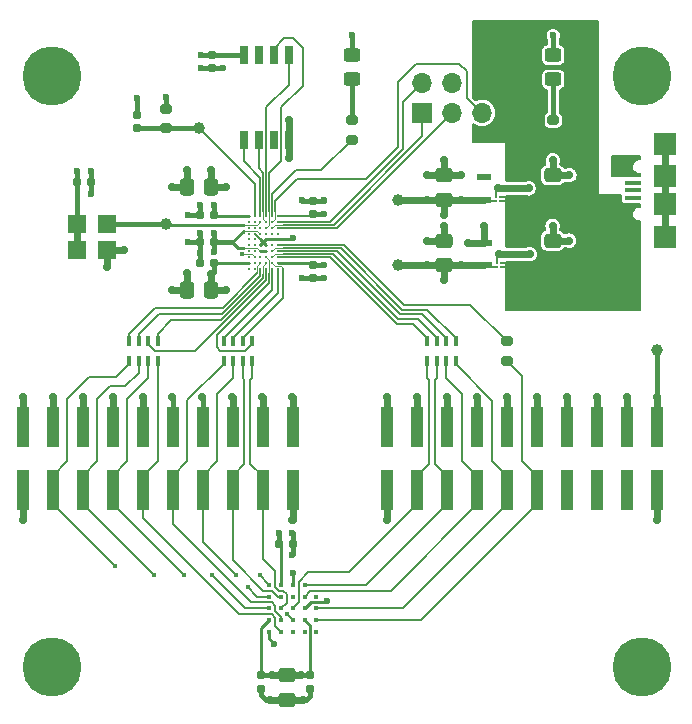
<source format=gtl>
%TF.GenerationSoftware,KiCad,Pcbnew,(6.0.5)*%
%TF.CreationDate,2022-09-03T12:51:18+02:00*%
%TF.ProjectId,hyperram_asic,68797065-7272-4616-9d5f-617369632e6b,rev?*%
%TF.SameCoordinates,Original*%
%TF.FileFunction,Copper,L1,Top*%
%TF.FilePolarity,Positive*%
%FSLAX46Y46*%
G04 Gerber Fmt 4.6, Leading zero omitted, Abs format (unit mm)*
G04 Created by KiCad (PCBNEW (6.0.5)) date 2022-09-03 12:51:18*
%MOMM*%
%LPD*%
G01*
G04 APERTURE LIST*
G04 Aperture macros list*
%AMRoundRect*
0 Rectangle with rounded corners*
0 $1 Rounding radius*
0 $2 $3 $4 $5 $6 $7 $8 $9 X,Y pos of 4 corners*
0 Add a 4 corners polygon primitive as box body*
4,1,4,$2,$3,$4,$5,$6,$7,$8,$9,$2,$3,0*
0 Add four circle primitives for the rounded corners*
1,1,$1+$1,$2,$3*
1,1,$1+$1,$4,$5*
1,1,$1+$1,$6,$7*
1,1,$1+$1,$8,$9*
0 Add four rect primitives between the rounded corners*
20,1,$1+$1,$2,$3,$4,$5,0*
20,1,$1+$1,$4,$5,$6,$7,0*
20,1,$1+$1,$6,$7,$8,$9,0*
20,1,$1+$1,$8,$9,$2,$3,0*%
G04 Aperture macros list end*
%TA.AperFunction,SMDPad,CuDef*%
%ADD10R,1.400000X0.600000*%
%TD*%
%TA.AperFunction,SMDPad,CuDef*%
%ADD11R,1.200000X0.600000*%
%TD*%
%TA.AperFunction,SMDPad,CuDef*%
%ADD12RoundRect,0.200000X0.275000X-0.200000X0.275000X0.200000X-0.275000X0.200000X-0.275000X-0.200000X0*%
%TD*%
%TA.AperFunction,SMDPad,CuDef*%
%ADD13RoundRect,0.155000X0.155000X-0.212500X0.155000X0.212500X-0.155000X0.212500X-0.155000X-0.212500X0*%
%TD*%
%TA.AperFunction,SMDPad,CuDef*%
%ADD14RoundRect,0.155000X-0.155000X0.212500X-0.155000X-0.212500X0.155000X-0.212500X0.155000X0.212500X0*%
%TD*%
%TA.AperFunction,SMDPad,CuDef*%
%ADD15RoundRect,0.250000X-0.450000X0.325000X-0.450000X-0.325000X0.450000X-0.325000X0.450000X0.325000X0*%
%TD*%
%TA.AperFunction,SMDPad,CuDef*%
%ADD16C,1.000000*%
%TD*%
%TA.AperFunction,SMDPad,CuDef*%
%ADD17RoundRect,0.250000X0.475000X-0.337500X0.475000X0.337500X-0.475000X0.337500X-0.475000X-0.337500X0*%
%TD*%
%TA.AperFunction,SMDPad,CuDef*%
%ADD18C,0.208000*%
%TD*%
%TA.AperFunction,SMDPad,CuDef*%
%ADD19RoundRect,0.200000X-0.275000X0.200000X-0.275000X-0.200000X0.275000X-0.200000X0.275000X0.200000X0*%
%TD*%
%TA.AperFunction,SMDPad,CuDef*%
%ADD20RoundRect,0.250000X-0.475000X0.337500X-0.475000X-0.337500X0.475000X-0.337500X0.475000X0.337500X0*%
%TD*%
%TA.AperFunction,ComponentPad*%
%ADD21O,1.700000X1.700000*%
%TD*%
%TA.AperFunction,ComponentPad*%
%ADD22R,1.700000X1.700000*%
%TD*%
%TA.AperFunction,SMDPad,CuDef*%
%ADD23R,1.020000X3.400000*%
%TD*%
%TA.AperFunction,SMDPad,CuDef*%
%ADD24R,0.425000X0.900000*%
%TD*%
%TA.AperFunction,SMDPad,CuDef*%
%ADD25C,0.370000*%
%TD*%
%TA.AperFunction,SMDPad,CuDef*%
%ADD26RoundRect,0.155000X0.212500X0.155000X-0.212500X0.155000X-0.212500X-0.155000X0.212500X-0.155000X0*%
%TD*%
%TA.AperFunction,SMDPad,CuDef*%
%ADD27R,1.350000X0.400000*%
%TD*%
%TA.AperFunction,SMDPad,CuDef*%
%ADD28R,1.900000X1.900000*%
%TD*%
%TA.AperFunction,SMDPad,CuDef*%
%ADD29C,0.270000*%
%TD*%
%TA.AperFunction,SMDPad,CuDef*%
%ADD30RoundRect,0.250000X0.337500X0.475000X-0.337500X0.475000X-0.337500X-0.475000X0.337500X-0.475000X0*%
%TD*%
%TA.AperFunction,SMDPad,CuDef*%
%ADD31R,1.600000X1.500000*%
%TD*%
%TA.AperFunction,SMDPad,CuDef*%
%ADD32RoundRect,0.155000X-0.212500X-0.155000X0.212500X-0.155000X0.212500X0.155000X-0.212500X0.155000X0*%
%TD*%
%TA.AperFunction,SMDPad,CuDef*%
%ADD33R,0.650000X1.650000*%
%TD*%
%TA.AperFunction,ViaPad*%
%ADD34C,0.700000*%
%TD*%
%TA.AperFunction,ViaPad*%
%ADD35C,5.000000*%
%TD*%
%TA.AperFunction,ViaPad*%
%ADD36C,0.600000*%
%TD*%
%TA.AperFunction,ViaPad*%
%ADD37C,0.450000*%
%TD*%
%TA.AperFunction,Conductor*%
%ADD38C,0.600000*%
%TD*%
%TA.AperFunction,Conductor*%
%ADD39C,0.250000*%
%TD*%
%TA.AperFunction,Conductor*%
%ADD40C,0.450000*%
%TD*%
%TA.AperFunction,Conductor*%
%ADD41C,0.200000*%
%TD*%
%TA.AperFunction,Conductor*%
%ADD42C,0.076200*%
%TD*%
%TA.AperFunction,Conductor*%
%ADD43C,0.101600*%
%TD*%
%TA.AperFunction,Conductor*%
%ADD44C,0.280000*%
%TD*%
%TA.AperFunction,Conductor*%
%ADD45C,0.127000*%
%TD*%
G04 APERTURE END LIST*
D10*
%TO.P,IC6,1,VIN*%
%TO.N,+5V*%
X186339800Y-90332600D03*
%TO.P,IC6,2,GND*%
%TO.N,GND*%
X186339800Y-89382600D03*
%TO.P,IC6,3,~{SHDN}*%
%TO.N,+5V*%
X186339800Y-88432600D03*
%TO.P,IC6,4,PWRGD*%
%TO.N,GND*%
X183839800Y-88432600D03*
%TO.P,IC6,5,VOUT*%
%TO.N,+1V8*%
X183839800Y-90332600D03*
%TD*%
D11*
%TO.P,IC5,1,IN*%
%TO.N,+5V*%
X186309000Y-84759800D03*
%TO.P,IC5,2,GND*%
%TO.N,GND*%
X186309000Y-83809800D03*
%TO.P,IC5,3,EN*%
%TO.N,+5V*%
X186309000Y-82859800D03*
%TO.P,IC5,4,N/C*%
%TO.N,unconnected-(IC5-Pad4)*%
X183809000Y-82859800D03*
%TO.P,IC5,5,OUT*%
%TO.N,+3V3*%
X183809000Y-84759800D03*
%TD*%
D12*
%TO.P,R2,1*%
%TO.N,/gpio*%
X172618400Y-79705200D03*
%TO.P,R2,2*%
%TO.N,Net-(D2-Pad2)*%
X172618400Y-78055200D03*
%TD*%
D13*
%TO.P,C15,1*%
%TO.N,/resetb*%
X154432000Y-78740000D03*
%TO.P,C15,2*%
%TO.N,GND*%
X154432000Y-77605000D03*
%TD*%
D14*
%TO.P,C1,1*%
%TO.N,+3V3*%
X160782000Y-72491600D03*
%TO.P,C1,2*%
%TO.N,GND*%
X160782000Y-73626600D03*
%TD*%
D15*
%TO.P,D1,1,K*%
%TO.N,GND*%
X189687200Y-72533400D03*
%TO.P,D1,2,A*%
%TO.N,Net-(D1-Pad2)*%
X189687200Y-74583400D03*
%TD*%
D16*
%TO.P,TP2,1,1*%
%TO.N,/clock*%
X156870400Y-86868000D03*
%TD*%
D17*
%TO.P,C12,1*%
%TO.N,+5V*%
X189636400Y-90318500D03*
%TO.P,C12,2*%
%TO.N,GND*%
X189636400Y-88243500D03*
%TD*%
D14*
%TO.P,C7,1*%
%TO.N,+3V3*%
X164973000Y-125035500D03*
%TO.P,C7,2*%
%TO.N,GND*%
X164973000Y-126170500D03*
%TD*%
D18*
%TO.P,IC3,A1,IN*%
%TO.N,+5V*%
X185264800Y-90497400D03*
%TO.P,IC3,A2,OUT*%
%TO.N,+1V8*%
X184914800Y-90497400D03*
%TO.P,IC3,B1,EN*%
%TO.N,+5V*%
X185264800Y-90147400D03*
%TO.P,IC3,B2,GND*%
%TO.N,GND*%
X184914800Y-90147400D03*
%TD*%
D19*
%TO.P,R3,1*%
%TO.N,/cvl_hr_rstn*%
X185775600Y-96775000D03*
%TO.P,R3,2*%
%TO.N,/hr_rstn*%
X185775600Y-98425000D03*
%TD*%
D14*
%TO.P,C5,1*%
%TO.N,+3V3*%
X169138600Y-125035500D03*
%TO.P,C5,2*%
%TO.N,GND*%
X169138600Y-126170500D03*
%TD*%
D20*
%TO.P,C16,1*%
%TO.N,+3V3*%
X167132000Y-125044200D03*
%TO.P,C16,2*%
%TO.N,GND*%
X167132000Y-127119200D03*
%TD*%
D21*
%TO.P,J2,6,Pin_6*%
%TO.N,+5V*%
X183657000Y-74884200D03*
%TO.P,J2,5,Pin_5*%
%TO.N,/mgmt_spi_do*%
X183657000Y-77424200D03*
%TO.P,J2,4,Pin_4*%
%TO.N,GND*%
X181117000Y-74884200D03*
%TO.P,J2,3,Pin_3*%
%TO.N,/mgmt_spi_clk*%
X181117000Y-77424200D03*
%TO.P,J2,2,Pin_2*%
%TO.N,/mgmt_spi_di*%
X178577000Y-74884200D03*
D22*
%TO.P,J2,1,Pin_1*%
%TO.N,/mgmt_spi_cs*%
X178577000Y-77424200D03*
%TD*%
D23*
%TO.P,J3,20,20*%
%TO.N,GND*%
X144758900Y-109380000D03*
%TO.P,J3,19,19*%
%TO.N,/hr_dq7*%
X147298900Y-109380000D03*
%TO.P,J3,18,18*%
%TO.N,/hr_dq6*%
X149838900Y-109380000D03*
%TO.P,J3,17,17*%
%TO.N,/hr_dq5*%
X152378900Y-109380000D03*
%TO.P,J3,16,16*%
%TO.N,/hr_dq4*%
X154918900Y-109380000D03*
%TO.P,J3,15,15*%
%TO.N,/hr_dq3*%
X157458900Y-109380000D03*
%TO.P,J3,14,14*%
%TO.N,/hr_dq2*%
X159998900Y-109380000D03*
%TO.P,J3,13,13*%
%TO.N,/hr_dq1*%
X162538900Y-109380000D03*
%TO.P,J3,12,12*%
%TO.N,/hr_dq0*%
X165078900Y-109380000D03*
%TO.P,J3,11,11*%
%TO.N,GND*%
X167618900Y-109380000D03*
%TO.P,J3,10,10*%
X144758900Y-103980000D03*
%TO.P,J3,9,9*%
X147298900Y-103980000D03*
%TO.P,J3,8,8*%
X149838900Y-103980000D03*
%TO.P,J3,7,7*%
X152378900Y-103980000D03*
%TO.P,J3,6,6*%
X154918900Y-103980000D03*
%TO.P,J3,5,5*%
X157458900Y-103980000D03*
%TO.P,J3,4,4*%
X159998900Y-103980000D03*
%TO.P,J3,3,3*%
X162538900Y-103980000D03*
%TO.P,J3,2,2*%
X165078900Y-103980000D03*
%TO.P,J3,1,1*%
X167618900Y-103980000D03*
%TD*%
D24*
%TO.P,RN2,1,R1.1*%
%TO.N,/cvl_hr_dq0*%
X164191800Y-96750000D03*
%TO.P,RN2,2,R2.1*%
%TO.N,/cvl_hr_dq1*%
X163391800Y-96750000D03*
%TO.P,RN2,3,R3.1*%
%TO.N,/cvl_hr_dq2*%
X162591800Y-96750000D03*
%TO.P,RN2,4,R4.1*%
%TO.N,/cvl_hr_dq3*%
X161791800Y-96750000D03*
%TO.P,RN2,5,R4.2*%
%TO.N,/hr_dq3*%
X161791800Y-98450000D03*
%TO.P,RN2,6,R3.2*%
%TO.N,/hr_dq2*%
X162591800Y-98450000D03*
%TO.P,RN2,7,R2.2*%
%TO.N,/hr_dq1*%
X163391800Y-98450000D03*
%TO.P,RN2,8,R1.2*%
%TO.N,/hr_dq0*%
X164191800Y-98450000D03*
%TD*%
D12*
%TO.P,R4,1*%
%TO.N,/resetb*%
X156870400Y-78740000D03*
%TO.P,R4,2*%
%TO.N,+3V3*%
X156870400Y-77090000D03*
%TD*%
D24*
%TO.P,RN1,1,R1.1*%
%TO.N,/cvl_hr_csn*%
X181438400Y-96750000D03*
%TO.P,RN1,2,R2.1*%
%TO.N,/cvl_hr_clk*%
X180638400Y-96750000D03*
%TO.P,RN1,3,R3.1*%
%TO.N,/cvl_hr_clkn*%
X179838400Y-96750000D03*
%TO.P,RN1,4,R4.1*%
%TO.N,/cvl_hr_rwds*%
X179038400Y-96750000D03*
%TO.P,RN1,5,R4.2*%
%TO.N,/hr_rwds*%
X179038400Y-98450000D03*
%TO.P,RN1,6,R3.2*%
%TO.N,/hr_clkn*%
X179838400Y-98450000D03*
%TO.P,RN1,7,R2.2*%
%TO.N,/hr_clk*%
X180638400Y-98450000D03*
%TO.P,RN1,8,R1.2*%
%TO.N,/hr_csn*%
X181438400Y-98450000D03*
%TD*%
D16*
%TO.P,TP3,1,1*%
%TO.N,+3V3*%
X176530000Y-84785200D03*
%TD*%
D15*
%TO.P,D2,1,K*%
%TO.N,GND*%
X172618400Y-72533400D03*
%TO.P,D2,2,A*%
%TO.N,Net-(D2-Pad2)*%
X172618400Y-74583400D03*
%TD*%
D25*
%TO.P,IC2,A2,RFU_1*%
%TO.N,unconnected-(IC2-PadA2)*%
X169640000Y-118380000D03*
%TO.P,IC2,A3,CS#*%
%TO.N,/hr_csn*%
X169640000Y-119380000D03*
%TO.P,IC2,A4,RESET#*%
%TO.N,/hr_rstn*%
X169640000Y-120380000D03*
%TO.P,IC2,A5,RFU_2*%
%TO.N,unconnected-(IC2-PadA5)*%
X169640000Y-121380000D03*
%TO.P,IC2,B1,CK#*%
%TO.N,/hr_clkn*%
X168640000Y-117380000D03*
%TO.P,IC2,B2,CK*%
%TO.N,/hr_clk*%
X168640000Y-118380000D03*
%TO.P,IC2,B3,VSS*%
%TO.N,GND*%
X168640000Y-119380000D03*
%TO.P,IC2,B4,VCC*%
%TO.N,+3V3*%
X168640000Y-120380000D03*
%TO.P,IC2,B5,RFU_3*%
%TO.N,unconnected-(IC2-PadB5)*%
X168640000Y-121380000D03*
%TO.P,IC2,C1,VSSQ_1*%
%TO.N,GND*%
X167640000Y-117380000D03*
%TO.P,IC2,C2,RFU_4*%
%TO.N,unconnected-(IC2-PadC2)*%
X167640000Y-118380000D03*
%TO.P,IC2,C3,RWDS*%
%TO.N,/hr_rwds*%
X167640000Y-119380000D03*
%TO.P,IC2,C4,DQ2*%
%TO.N,/hr_dq2*%
X167640000Y-120380000D03*
%TO.P,IC2,C5,RFU_5*%
%TO.N,unconnected-(IC2-PadC5)*%
X167640000Y-121380000D03*
%TO.P,IC2,D1,VCCQ_1*%
%TO.N,+3V3*%
X166640000Y-117380000D03*
%TO.P,IC2,D2,DQ1*%
%TO.N,/hr_dq1*%
X166640000Y-118380000D03*
%TO.P,IC2,D3,DQ0*%
%TO.N,/hr_dq0*%
X166640000Y-119380000D03*
%TO.P,IC2,D4,DQ3*%
%TO.N,/hr_dq3*%
X166640000Y-120380000D03*
%TO.P,IC2,D5,DQ4*%
%TO.N,/hr_dq4*%
X166640000Y-121380000D03*
%TO.P,IC2,E1,DQ7*%
%TO.N,/hr_dq7*%
X165640000Y-117380000D03*
%TO.P,IC2,E2,DQ6*%
%TO.N,/hr_dq6*%
X165640000Y-118380000D03*
%TO.P,IC2,E3,DQ5*%
%TO.N,/hr_dq5*%
X165640000Y-119380000D03*
%TO.P,IC2,E4,VCCQ_2*%
%TO.N,+3V3*%
X165640000Y-120380000D03*
%TO.P,IC2,E5,VSSQ_2*%
%TO.N,GND*%
X165640000Y-121380000D03*
%TD*%
D16*
%TO.P,TP5,1,1*%
%TO.N,/resetb*%
X159664400Y-78740000D03*
%TD*%
D17*
%TO.P,C13,1*%
%TO.N,+3V3*%
X180441600Y-84775000D03*
%TO.P,C13,2*%
%TO.N,GND*%
X180441600Y-82700000D03*
%TD*%
D16*
%TO.P,TP6,1,1*%
%TO.N,GND*%
X198475600Y-97536000D03*
%TD*%
D17*
%TO.P,C11,1*%
%TO.N,+5V*%
X189661800Y-84775000D03*
%TO.P,C11,2*%
%TO.N,GND*%
X189661800Y-82700000D03*
%TD*%
D26*
%TO.P,C4,1*%
%TO.N,+3V3*%
X160943100Y-88392000D03*
%TO.P,C4,2*%
%TO.N,GND*%
X159808100Y-88392000D03*
%TD*%
D16*
%TO.P,TP4,1,1*%
%TO.N,+1V8*%
X176530000Y-90322400D03*
%TD*%
D23*
%TO.P,J4,1,1*%
%TO.N,GND*%
X198478900Y-103980000D03*
%TO.P,J4,2,2*%
X195938900Y-103980000D03*
%TO.P,J4,3,3*%
X193398900Y-103980000D03*
%TO.P,J4,4,4*%
X190858900Y-103980000D03*
%TO.P,J4,5,5*%
X188318900Y-103980000D03*
%TO.P,J4,6,6*%
X185778900Y-103980000D03*
%TO.P,J4,7,7*%
X183238900Y-103980000D03*
%TO.P,J4,8,8*%
X180698900Y-103980000D03*
%TO.P,J4,9,9*%
X178158900Y-103980000D03*
%TO.P,J4,10,10*%
X175618900Y-103980000D03*
%TO.P,J4,11,11*%
X198478900Y-109380000D03*
%TO.P,J4,12,12*%
%TO.N,unconnected-(J4-Pad12)*%
X195938900Y-109380000D03*
%TO.P,J4,13,13*%
%TO.N,unconnected-(J4-Pad13)*%
X193398900Y-109380000D03*
%TO.P,J4,14,14*%
%TO.N,unconnected-(J4-Pad14)*%
X190858900Y-109380000D03*
%TO.P,J4,15,15*%
%TO.N,/hr_rstn*%
X188318900Y-109380000D03*
%TO.P,J4,16,16*%
%TO.N,/hr_csn*%
X185778900Y-109380000D03*
%TO.P,J4,17,17*%
%TO.N,/hr_clk*%
X183238900Y-109380000D03*
%TO.P,J4,18,18*%
%TO.N,/hr_clkn*%
X180698900Y-109380000D03*
%TO.P,J4,19,19*%
%TO.N,/hr_rwds*%
X178158900Y-109380000D03*
%TO.P,J4,20,20*%
%TO.N,GND*%
X175618900Y-109380000D03*
%TD*%
D27*
%TO.P,J1,1,VBUS*%
%TO.N,+5V*%
X196452500Y-85272400D03*
%TO.P,J1,2,D-*%
%TO.N,unconnected-(J1-Pad2)*%
X196452500Y-84622400D03*
%TO.P,J1,3,D+*%
%TO.N,unconnected-(J1-Pad3)*%
X196452500Y-83972400D03*
%TO.P,J1,4,ID*%
%TO.N,unconnected-(J1-Pad4)*%
X196452500Y-83322400D03*
%TO.P,J1,5,GND*%
%TO.N,GND*%
X196452500Y-82672400D03*
D28*
%TO.P,J1,6,Shield*%
%TO.N,unconnected-(J1-Pad6)*%
X199127500Y-80022400D03*
X199127500Y-85172400D03*
X199127500Y-82772400D03*
X199127500Y-87922400D03*
%TD*%
D29*
%TO.P,U1,A1,mprj_io[23]*%
%TO.N,unconnected-(U1-PadA1)*%
X163900800Y-90642000D03*
%TO.P,U1,A2,vccd2*%
%TO.N,+1V8*%
X163900800Y-90142000D03*
%TO.P,U1,A3,mprj_io[25]*%
%TO.N,unconnected-(U1-PadA3)*%
X163900800Y-89642000D03*
%TO.P,U1,A4,mprj_io[27]*%
%TO.N,unconnected-(U1-PadA4)*%
X163900800Y-89142000D03*
%TO.P,U1,A5,mprj_io[29]*%
%TO.N,unconnected-(U1-PadA5)*%
X163900800Y-88642000D03*
%TO.P,U1,A6,mprj_io[31]*%
%TO.N,unconnected-(U1-PadA6)*%
X163900800Y-88142000D03*
%TO.P,U1,A7,mprj_io[32]*%
%TO.N,unconnected-(U1-PadA7)*%
X163900800Y-87642000D03*
%TO.P,U1,A8,mprj_io[35]*%
%TO.N,unconnected-(U1-PadA8)*%
X163900800Y-87142000D03*
%TO.P,U1,A9,mprj_io[37]*%
%TO.N,unconnected-(U1-PadA9)*%
X163900800Y-86642000D03*
%TO.P,U1,A10,vccd*%
%TO.N,+1V8*%
X163900800Y-86142000D03*
%TO.P,U1,B1,mprj_io[21]*%
%TO.N,unconnected-(U1-PadB1)*%
X164400800Y-90642000D03*
%TO.P,U1,B2,mprj_io[22]*%
%TO.N,unconnected-(U1-PadB2)*%
X164400800Y-90142000D03*
%TO.P,U1,B3,vssa2*%
%TO.N,GND*%
X164400800Y-89642000D03*
%TO.P,U1,B4,mprj_io[26]*%
%TO.N,unconnected-(U1-PadB4)*%
X164400800Y-89142000D03*
%TO.P,U1,B5,mprj_io[28]*%
%TO.N,unconnected-(U1-PadB5)*%
X164400800Y-88642000D03*
%TO.P,U1,B6,mprj_io[30]*%
%TO.N,unconnected-(U1-PadB6)*%
X164400800Y-88142000D03*
%TO.P,U1,B7,vssd2*%
%TO.N,GND*%
X164400800Y-87642000D03*
%TO.P,U1,B8,mprj_io[34]*%
%TO.N,unconnected-(U1-PadB8)*%
X164400800Y-87142000D03*
%TO.P,U1,B9,mprj_io[36]*%
%TO.N,unconnected-(U1-PadB9)*%
X164400800Y-86642000D03*
%TO.P,U1,B10,resetb*%
%TO.N,/resetb*%
X164400800Y-86142000D03*
%TO.P,U1,C1,mprj_io[19]*%
%TO.N,/cvl_hr_dq6*%
X164900800Y-90642000D03*
%TO.P,U1,C2,mprj_io[20]*%
%TO.N,/cvl_hr_dq7*%
X164900800Y-90142000D03*
%TO.P,U1,C3,mprj_io[24]*%
%TO.N,unconnected-(U1-PadC3)*%
X164900800Y-89642000D03*
%TO.P,U1,C4,vddio*%
%TO.N,+3V3*%
X164900800Y-89142000D03*
%TO.P,U1,C5,vssio/vssa/vssd*%
%TO.N,GND*%
X164900800Y-88642000D03*
%TO.P,U1,C6,vssio/vssa/vssd*%
X164900800Y-88142000D03*
%TO.P,U1,C7,vdda2*%
%TO.N,+3V3*%
X164900800Y-87642000D03*
%TO.P,U1,C8,mprj_io[33]*%
%TO.N,unconnected-(U1-PadC8)*%
X164900800Y-87142000D03*
%TO.P,U1,C9,clock*%
%TO.N,/clock*%
X164900800Y-86642000D03*
%TO.P,U1,C10,flash_csb*%
%TO.N,/flash_csb*%
X164900800Y-86142000D03*
%TO.P,U1,D1,mprj_io[18]*%
%TO.N,/cvl_hr_dq5*%
X165400800Y-90642000D03*
%TO.P,U1,D2,mprj_io[17]*%
%TO.N,/cvl_hr_dq4*%
X165400800Y-90142000D03*
%TO.P,U1,D3,mprj_io[13]*%
%TO.N,/cvl_hr_dq0*%
X165400800Y-89642000D03*
%TO.P,U1,D4,vdda1*%
%TO.N,+3V3*%
X165400800Y-89142000D03*
%TO.P,U1,D5,vssio/vssa/vssd*%
%TO.N,GND*%
X165400800Y-88642000D03*
%TO.P,U1,D6,vssio/vssa/vssd*%
X165400800Y-88142000D03*
%TO.P,U1,D7,mprj_io[0]*%
%TO.N,unconnected-(U1-PadD7)*%
X165400800Y-87642000D03*
%TO.P,U1,D8,flash_clk*%
%TO.N,/flash_clk*%
X165400800Y-87142000D03*
%TO.P,U1,D9,flash_io1*%
%TO.N,/flash_io1*%
X165400800Y-86642000D03*
%TO.P,U1,D10,flash_io0*%
%TO.N,/flash_io0*%
X165400800Y-86142000D03*
%TO.P,U1,E1,mprj_io[16]*%
%TO.N,/cvl_hr_dq3*%
X165900800Y-90642000D03*
%TO.P,U1,E2,mprj_io[14]*%
%TO.N,/cvl_hr_dq1*%
X165900800Y-90142000D03*
%TO.P,U1,E3,mprj_io[11]*%
%TO.N,/cvl_hr_clkn*%
X165900800Y-89642000D03*
%TO.P,U1,E4,mprj_io[9]*%
%TO.N,/cvl_hr_csn*%
X165900800Y-89142000D03*
%TO.P,U1,E5,mprj_io[7]*%
%TO.N,unconnected-(U1-PadE5)*%
X165900800Y-88642000D03*
%TO.P,U1,E6,vssa1*%
%TO.N,GND*%
X165900800Y-88142000D03*
%TO.P,U1,E7,mprj_io[5]*%
%TO.N,unconnected-(U1-PadE7)*%
X165900800Y-87642000D03*
%TO.P,U1,E8,mprj_io[3]*%
%TO.N,/mgmt_spi_cs*%
X165900800Y-87142000D03*
%TO.P,U1,E9,mprj_io[1]*%
%TO.N,/mgmt_spi_do*%
X165900800Y-86642000D03*
%TO.P,U1,E10,gpio*%
%TO.N,/gpio*%
X165900800Y-86142000D03*
%TO.P,U1,F1,mprj_io[15]*%
%TO.N,/cvl_hr_dq2*%
X166400800Y-90642000D03*
%TO.P,U1,F2,vccd1*%
%TO.N,+1V8*%
X166400800Y-90142000D03*
%TO.P,U1,F3,mprj_io[12]*%
%TO.N,/cvl_hr_rwds*%
X166400800Y-89642000D03*
%TO.P,U1,F4,mprj_io[10]*%
%TO.N,/cvl_hr_clk*%
X166400800Y-89142000D03*
%TO.P,U1,F5,mprj_io[8]*%
%TO.N,/cvl_hr_rstn*%
X166400800Y-88642000D03*
%TO.P,U1,F6,vssd1*%
%TO.N,GND*%
X166400800Y-88142000D03*
%TO.P,U1,F7,mprj_io[6]*%
%TO.N,unconnected-(U1-PadF7)*%
X166400800Y-87642000D03*
%TO.P,U1,F8,mprj_io[4]*%
%TO.N,/mgmt_spi_clk*%
X166400800Y-87142000D03*
%TO.P,U1,F9,mprj_io[2]*%
%TO.N,/mgmt_spi_di*%
X166400800Y-86642000D03*
%TO.P,U1,F10,vdda*%
%TO.N,+3V3*%
X166400800Y-86142000D03*
%TD*%
D13*
%TO.P,C2,1*%
%TO.N,+3V3*%
X169367200Y-85987700D03*
%TO.P,C2,2*%
%TO.N,GND*%
X169367200Y-84852700D03*
%TD*%
D24*
%TO.P,RN3,1,R1.1*%
%TO.N,/cvl_hr_dq4*%
X156194100Y-96750000D03*
%TO.P,RN3,2,R2.1*%
%TO.N,/cvl_hr_dq5*%
X155394100Y-96750000D03*
%TO.P,RN3,3,R3.1*%
%TO.N,/cvl_hr_dq6*%
X154594100Y-96750000D03*
%TO.P,RN3,4,R4.1*%
%TO.N,/cvl_hr_dq7*%
X153794100Y-96750000D03*
%TO.P,RN3,5,R4.2*%
%TO.N,/hr_dq7*%
X153794100Y-98450000D03*
%TO.P,RN3,6,R3.2*%
%TO.N,/hr_dq6*%
X154594100Y-98450000D03*
%TO.P,RN3,7,R2.2*%
%TO.N,/hr_dq5*%
X155394100Y-98450000D03*
%TO.P,RN3,8,R1.2*%
%TO.N,/hr_dq4*%
X156194100Y-98450000D03*
%TD*%
D30*
%TO.P,C17,1*%
%TO.N,+1V8*%
X160727300Y-92405200D03*
%TO.P,C17,2*%
%TO.N,GND*%
X158652300Y-92405200D03*
%TD*%
D12*
%TO.P,R1,1*%
%TO.N,+5V*%
X189687200Y-79705200D03*
%TO.P,R1,2*%
%TO.N,Net-(D1-Pad2)*%
X189687200Y-78055200D03*
%TD*%
D17*
%TO.P,C14,1*%
%TO.N,+1V8*%
X180441600Y-90318500D03*
%TO.P,C14,2*%
%TO.N,GND*%
X180441600Y-88243500D03*
%TD*%
D30*
%TO.P,C18,1*%
%TO.N,+3V3*%
X160731200Y-83718400D03*
%TO.P,C18,2*%
%TO.N,GND*%
X158656200Y-83718400D03*
%TD*%
D14*
%TO.P,C8,1*%
%TO.N,+1V8*%
X169367200Y-90297000D03*
%TO.P,C8,2*%
%TO.N,GND*%
X169367200Y-91432000D03*
%TD*%
D31*
%TO.P,Y1,4,VCC*%
%TO.N,+3V3*%
X149352000Y-86834800D03*
%TO.P,Y1,3,OUT*%
%TO.N,/clock*%
X151892000Y-86834800D03*
%TO.P,Y1,2,GND*%
%TO.N,GND*%
X151892000Y-89034800D03*
%TO.P,Y1,1,~{ST}*%
%TO.N,+3V3*%
X149352000Y-89034800D03*
%TD*%
D26*
%TO.P,C6,2*%
%TO.N,GND*%
X159808100Y-86106000D03*
%TO.P,C6,1*%
%TO.N,+1V8*%
X160943100Y-86106000D03*
%TD*%
D32*
%TO.P,C3,1*%
%TO.N,+3V3*%
X149402800Y-83312000D03*
%TO.P,C3,2*%
%TO.N,GND*%
X150537800Y-83312000D03*
%TD*%
D16*
%TO.P,TP1,1,1*%
%TO.N,+5V*%
X189636400Y-93243400D03*
%TD*%
D18*
%TO.P,IC4,A1,IN*%
%TO.N,+5V*%
X185214000Y-84914400D03*
%TO.P,IC4,A2,OUT*%
%TO.N,+3V3*%
X184864000Y-84914400D03*
%TO.P,IC4,B1,EN*%
%TO.N,+5V*%
X185214000Y-84564400D03*
%TO.P,IC4,B2,GND*%
%TO.N,GND*%
X184864000Y-84564400D03*
%TD*%
D26*
%TO.P,C10,2*%
%TO.N,GND*%
X159808100Y-90170000D03*
%TO.P,C10,1*%
%TO.N,+1V8*%
X160943100Y-90170000D03*
%TD*%
D33*
%TO.P,IC1,1,/CS*%
%TO.N,/flash_csb*%
X163474400Y-79698400D03*
%TO.P,IC1,2,DO(IO1)*%
%TO.N,/flash_io1*%
X164744400Y-79698400D03*
%TO.P,IC1,3,IO2*%
%TO.N,unconnected-(IC1-Pad3)*%
X166014400Y-79698400D03*
%TO.P,IC1,4,GND*%
%TO.N,GND*%
X167284400Y-79698400D03*
%TO.P,IC1,5,DI(IO0)*%
%TO.N,/flash_io0*%
X167284400Y-72498400D03*
%TO.P,IC1,6,CLK*%
%TO.N,/flash_clk*%
X166014400Y-72498400D03*
%TO.P,IC1,7,IO3*%
%TO.N,unconnected-(IC1-Pad7)*%
X164744400Y-72498400D03*
%TO.P,IC1,8,VCC*%
%TO.N,+3V3*%
X163474400Y-72498400D03*
%TD*%
D32*
%TO.P,C9,1*%
%TO.N,+3V3*%
X166505000Y-113893600D03*
%TO.P,C9,2*%
%TO.N,GND*%
X167640000Y-113893600D03*
%TD*%
D34*
%TO.N,GND*%
X144758900Y-101502700D03*
%TO.N,+3V3*%
X181864000Y-84759800D03*
%TO.N,+1V8*%
X181853800Y-90332600D03*
D35*
%TO.N,GND*%
X197250000Y-74300000D03*
X147250000Y-124300000D03*
X147250000Y-74300000D03*
X197250000Y-124300000D03*
D34*
%TO.N,+3V3*%
X179019200Y-84785200D03*
D36*
X149402800Y-82372200D03*
D34*
X165862000Y-125044200D03*
D36*
X160934400Y-87604600D03*
X170307000Y-85979000D03*
D34*
X162026600Y-83718400D03*
D36*
X156870400Y-76047600D03*
D34*
X168351200Y-125044200D03*
X160731200Y-82296000D03*
D36*
X166497000Y-112953800D03*
X160934400Y-89179400D03*
X159842200Y-72491600D03*
D34*
X180441600Y-86029800D03*
D36*
%TO.N,GND*%
X159816800Y-89281000D03*
X170307000Y-91440000D03*
D34*
X188315600Y-101498400D03*
X158648400Y-82296000D03*
X187604400Y-83820000D03*
D36*
X167614600Y-112953800D03*
X172618400Y-70866000D03*
D34*
X153390600Y-89027000D03*
X189636400Y-86969600D03*
X195148200Y-82397600D03*
X180441600Y-81432400D03*
X167284400Y-78054200D03*
X187731400Y-89382600D03*
D37*
X163347400Y-89408000D03*
D34*
X179019200Y-82702400D03*
X167284400Y-81229200D03*
X165735000Y-127127000D03*
X185778900Y-101501700D03*
X180695600Y-101498400D03*
D36*
X167640000Y-87985600D03*
D34*
X154918900Y-101502700D03*
X179019200Y-88239600D03*
X195935600Y-101498400D03*
D36*
X158800800Y-86106000D03*
D34*
X144758900Y-111857300D03*
D36*
X154432000Y-76200000D03*
D34*
X180441600Y-86995000D03*
D36*
X159791400Y-87604600D03*
D34*
X175618900Y-111858300D03*
X175615600Y-101498400D03*
D37*
X165150800Y-88392000D03*
D34*
X151892000Y-90474800D03*
X195148200Y-81534000D03*
X191058800Y-82702400D03*
X185089800Y-89382600D03*
X198475600Y-101498400D03*
D36*
X159816800Y-85191600D03*
X159842200Y-73634600D03*
D34*
X196011800Y-81534000D03*
X183235600Y-101498400D03*
X189661800Y-81432400D03*
X191033400Y-88239600D03*
X157378400Y-83718400D03*
X147298900Y-101502700D03*
D36*
X168427400Y-84836000D03*
D34*
X162534600Y-101498400D03*
X159994600Y-101498400D03*
X168529000Y-127127000D03*
X149838900Y-101502700D03*
D36*
X167640000Y-116382800D03*
X189687200Y-70866000D03*
X166090600Y-122377200D03*
X161721800Y-73634600D03*
D34*
X183819800Y-86969600D03*
X185013600Y-83794600D03*
D36*
X170307000Y-84836000D03*
D34*
X167614600Y-111861600D03*
X167614600Y-101498400D03*
D36*
X158800800Y-88392000D03*
D34*
X158648400Y-90982800D03*
X198478900Y-111858300D03*
D36*
X168427400Y-91440000D03*
D34*
X178155600Y-101498400D03*
D36*
X150545800Y-84251800D03*
D34*
X152378900Y-101502700D03*
X190855600Y-101498400D03*
X182448200Y-88442800D03*
X157454600Y-101498400D03*
X181864000Y-82702400D03*
D36*
X170561000Y-118719600D03*
D34*
X193398900Y-101501700D03*
D36*
X167614600Y-114833400D03*
D34*
X157378400Y-92405200D03*
D36*
X150545800Y-82372200D03*
D34*
X165074600Y-101498400D03*
%TO.N,+1V8*%
X162001200Y-92405200D03*
D36*
X160934400Y-85191600D03*
X170307000Y-90297000D03*
D34*
X180416200Y-91592400D03*
X179019200Y-90322400D03*
X160731200Y-91084400D03*
D37*
%TO.N,/hr_dq2*%
X167157400Y-119888000D03*
X162814000Y-116586000D03*
%TO.N,/hr_dq7*%
X152552400Y-115824000D03*
X164846000Y-116586000D03*
%TO.N,/hr_dq6*%
X155854400Y-116586000D03*
X163830000Y-117602000D03*
%TO.N,/hr_dq5*%
X160782000Y-116586000D03*
X158394400Y-116586000D03*
%TD*%
D38*
%TO.N,+3V3*%
X181864000Y-84759800D02*
X180456800Y-84759800D01*
%TO.N,+1V8*%
X181853800Y-90332600D02*
X180455700Y-90332600D01*
D39*
%TO.N,+3V3*%
X165400800Y-89142000D02*
X164900800Y-89142000D01*
D40*
X156870400Y-77090000D02*
X156870400Y-76047600D01*
D38*
X180441600Y-84775000D02*
X179029400Y-84775000D01*
D41*
X169212900Y-86142000D02*
X169367200Y-85987700D01*
D38*
X180441600Y-84775000D02*
X180441600Y-86029800D01*
D40*
X166505000Y-113893600D02*
X166505000Y-112961800D01*
D38*
X180456800Y-84759800D02*
X180441600Y-84775000D01*
D40*
X160943100Y-88392000D02*
X160943100Y-89170700D01*
D38*
X167132000Y-125044200D02*
X168351200Y-125044200D01*
D40*
X168359900Y-125035500D02*
X168351200Y-125044200D01*
X160788800Y-72498400D02*
X160782000Y-72491600D01*
D42*
X164651989Y-87393189D02*
X163508011Y-87393189D01*
D40*
X149402800Y-86784000D02*
X149352000Y-86834800D01*
D39*
X169138600Y-120878600D02*
X168640000Y-120380000D01*
D42*
X164651989Y-88893189D02*
X163506611Y-88893189D01*
D40*
X160943100Y-89170700D02*
X160934400Y-89179400D01*
X149402800Y-83312000D02*
X149402800Y-82372200D01*
D38*
X183809000Y-84759800D02*
X181864000Y-84759800D01*
X149352000Y-89034800D02*
X149352000Y-86834800D01*
X160731200Y-83718400D02*
X160731200Y-82296000D01*
D39*
X166640000Y-114028600D02*
X166505000Y-113893600D01*
X163010389Y-88893189D02*
X163506611Y-88893189D01*
D40*
X165853300Y-125035500D02*
X165862000Y-125044200D01*
D38*
X179019200Y-84785200D02*
X176530000Y-84785200D01*
D43*
X164900800Y-87642000D02*
X164651989Y-87393189D01*
D40*
X160943100Y-88392000D02*
X162509200Y-88392000D01*
D39*
X169138600Y-125035500D02*
X169138600Y-120878600D01*
D38*
X167132000Y-125044200D02*
X165862000Y-125044200D01*
X160731200Y-83718400D02*
X162026600Y-83718400D01*
D41*
X166400800Y-86142000D02*
X169212900Y-86142000D01*
D40*
X160943100Y-87613300D02*
X160934400Y-87604600D01*
X166505000Y-112961800D02*
X166497000Y-112953800D01*
X163474400Y-72498400D02*
X160788800Y-72498400D01*
D41*
X184864000Y-84914400D02*
X183963600Y-84914400D01*
D40*
X169367200Y-85987700D02*
X170298300Y-85987700D01*
D39*
X162509200Y-88392000D02*
X163010389Y-88893189D01*
D43*
X164900800Y-89142000D02*
X164651989Y-88893189D01*
D44*
X164973000Y-125035500D02*
X164973000Y-121047000D01*
D41*
X183963600Y-84914400D02*
X183809000Y-84759800D01*
D40*
X149402800Y-83312000D02*
X149402800Y-86784000D01*
D39*
X166640000Y-117380000D02*
X166640000Y-114028600D01*
D40*
X164973000Y-125035500D02*
X165853300Y-125035500D01*
D44*
X164973000Y-121047000D02*
X165640000Y-120380000D01*
D40*
X160943100Y-88392000D02*
X160943100Y-87613300D01*
D38*
X179029400Y-84775000D02*
X179019200Y-84785200D01*
D40*
X169138600Y-125035500D02*
X168359900Y-125035500D01*
X170298300Y-85987700D02*
X170307000Y-85979000D01*
D39*
X162509200Y-88392000D02*
X163508011Y-87393189D01*
D40*
X160782000Y-72491600D02*
X159842200Y-72491600D01*
D38*
%TO.N,GND*%
X190858900Y-101501700D02*
X190855600Y-101498400D01*
X154918900Y-103980000D02*
X154918900Y-101502700D01*
X186309000Y-83809800D02*
X187594200Y-83809800D01*
X191056400Y-82700000D02*
X191058800Y-82702400D01*
X191029500Y-88243500D02*
X191033400Y-88239600D01*
D40*
X159808100Y-86106000D02*
X159808100Y-85200300D01*
D38*
X186339800Y-89382600D02*
X187731400Y-89382600D01*
D39*
X165400800Y-88642000D02*
X165150800Y-88392000D01*
D40*
X168444100Y-84852700D02*
X168427400Y-84836000D01*
D38*
X153382800Y-89034800D02*
X153390600Y-89027000D01*
D40*
X154432000Y-77605000D02*
X154432000Y-76200000D01*
D39*
X169148000Y-118872000D02*
X169392600Y-118872000D01*
D42*
X163362211Y-89393189D02*
X163347400Y-89408000D01*
D39*
X165640000Y-121380000D02*
X165640000Y-121926600D01*
D38*
X186339800Y-89382600D02*
X185089800Y-89382600D01*
X167618900Y-103980000D02*
X167618900Y-101502700D01*
D40*
X159998900Y-101502700D02*
X159994600Y-101498400D01*
D38*
X162538900Y-101502700D02*
X162534600Y-101498400D01*
X144754600Y-111861600D02*
X144758900Y-111857300D01*
D39*
X167640000Y-117380000D02*
X167640000Y-116382800D01*
D44*
X164900800Y-88642000D02*
X165150800Y-88392000D01*
D40*
X159808100Y-87621300D02*
X159791400Y-87604600D01*
D38*
X195938900Y-101501700D02*
X195935600Y-101498400D01*
D44*
X165400800Y-88142000D02*
X165900800Y-88142000D01*
D45*
X164900800Y-88142000D02*
X164400800Y-87642000D01*
D38*
X167284400Y-79698400D02*
X167284400Y-81229200D01*
X180698900Y-101501700D02*
X180695600Y-101498400D01*
D40*
X157458900Y-103980000D02*
X157458900Y-101502700D01*
X167640000Y-112979200D02*
X167614600Y-112953800D01*
X160782000Y-73626600D02*
X161713800Y-73626600D01*
X150537800Y-83312000D02*
X150537800Y-84243800D01*
D38*
X144754600Y-101498400D02*
X144758900Y-101502700D01*
D39*
X170408600Y-118872000D02*
X170561000Y-118719600D01*
D38*
X180441600Y-82700000D02*
X179021600Y-82700000D01*
X158652300Y-90986700D02*
X158648400Y-90982800D01*
D44*
X165400800Y-88142000D02*
X165150800Y-88392000D01*
D40*
X189687200Y-72533400D02*
X189687200Y-70866000D01*
X165735000Y-127127000D02*
X165379400Y-127127000D01*
X161713800Y-73626600D02*
X161721800Y-73634600D01*
D38*
X189661800Y-82700000D02*
X191056400Y-82700000D01*
X185775600Y-101498400D02*
X185778900Y-101501700D01*
D40*
X159850200Y-73626600D02*
X159842200Y-73634600D01*
X159816800Y-89281000D02*
X159816800Y-88400700D01*
D38*
X165078900Y-101502700D02*
X165074600Y-101498400D01*
D42*
X164151989Y-89393189D02*
X163362211Y-89393189D01*
D38*
X162538900Y-103980000D02*
X162538900Y-101502700D01*
X180441600Y-88243500D02*
X180441600Y-86995000D01*
D40*
X159808100Y-90170000D02*
X159808100Y-89289700D01*
D38*
X198475600Y-111861600D02*
X198478900Y-111858300D01*
D40*
X169138600Y-126771400D02*
X169138600Y-126170500D01*
D38*
X144758900Y-103980000D02*
X144758900Y-101502700D01*
X158656200Y-82303800D02*
X158648400Y-82296000D01*
D40*
X167640000Y-114808000D02*
X167614600Y-114833400D01*
X159816800Y-88400700D02*
X159808100Y-88392000D01*
X172618400Y-72533400D02*
X172618400Y-70866000D01*
X159808100Y-89289700D02*
X159816800Y-89281000D01*
D38*
X175618900Y-103980000D02*
X175618900Y-101501700D01*
D40*
X169367200Y-84852700D02*
X170290300Y-84852700D01*
D38*
X154914600Y-101498400D02*
X154918900Y-101502700D01*
X183238900Y-101501700D02*
X183235600Y-101498400D01*
X189661800Y-82700000D02*
X189661800Y-81432400D01*
X151892000Y-89034800D02*
X153382800Y-89034800D01*
D40*
X170299000Y-91432000D02*
X170307000Y-91440000D01*
X169367200Y-84852700D02*
X168444100Y-84852700D01*
D38*
X188318900Y-101501700D02*
X188315600Y-101498400D01*
D40*
X168435400Y-91432000D02*
X168427400Y-91440000D01*
D38*
X165742800Y-127119200D02*
X165735000Y-127127000D01*
X193395600Y-101498400D02*
X193398900Y-101501700D01*
D40*
X169367200Y-91432000D02*
X168435400Y-91432000D01*
X165379400Y-127127000D02*
X164973000Y-126720600D01*
D38*
X183238900Y-103980000D02*
X183238900Y-101501700D01*
D40*
X160782000Y-73626600D02*
X159850200Y-73626600D01*
X157458900Y-101502700D02*
X157454600Y-101498400D01*
X168783000Y-127127000D02*
X169138600Y-126771400D01*
X169367200Y-91432000D02*
X170299000Y-91432000D01*
D38*
X180698900Y-103980000D02*
X180698900Y-101501700D01*
X167132000Y-127119200D02*
X168521200Y-127119200D01*
X144758900Y-109380000D02*
X144758900Y-111857300D01*
X187594200Y-83809800D02*
X187604400Y-83820000D01*
X181861600Y-82700000D02*
X181864000Y-82702400D01*
D40*
X198475600Y-97536000D02*
X198475600Y-101498400D01*
D38*
X175615600Y-111861600D02*
X175618900Y-111858300D01*
X198478900Y-109380000D02*
X198478900Y-111858300D01*
D44*
X166400800Y-88142000D02*
X167178800Y-88142000D01*
D38*
X198478900Y-103980000D02*
X198478900Y-101501700D01*
D40*
X167640000Y-113893600D02*
X167640000Y-114808000D01*
D38*
X183839800Y-88432600D02*
X183839800Y-86989600D01*
D40*
X170290300Y-84852700D02*
X170307000Y-84836000D01*
D38*
X158652300Y-92405200D02*
X157378400Y-92405200D01*
X185028800Y-83809800D02*
X185013600Y-83794600D01*
D41*
X184914800Y-90147400D02*
X184914800Y-89557600D01*
D38*
X178158900Y-103980000D02*
X178158900Y-101501700D01*
X168521200Y-127119200D02*
X168529000Y-127127000D01*
X167132000Y-127119200D02*
X165742800Y-127119200D01*
D40*
X150537800Y-83312000D02*
X150537800Y-82380200D01*
D38*
X147298900Y-103980000D02*
X147298900Y-101502700D01*
X188318900Y-103980000D02*
X188318900Y-101501700D01*
D40*
X150537800Y-82380200D02*
X150545800Y-82372200D01*
D44*
X167483600Y-88142000D02*
X167640000Y-87985600D01*
D38*
X152374600Y-101498400D02*
X152378900Y-101502700D01*
X185778900Y-103980000D02*
X185778900Y-101501700D01*
X175618900Y-109380000D02*
X175618900Y-111858300D01*
D40*
X159808100Y-88392000D02*
X158800800Y-88392000D01*
D38*
X193398900Y-103980000D02*
X193398900Y-101501700D01*
X167284400Y-79698400D02*
X167284400Y-78054200D01*
D40*
X159808100Y-85200300D02*
X159816800Y-85191600D01*
D38*
X189636400Y-88243500D02*
X189636400Y-86969600D01*
X158656200Y-83718400D02*
X158656200Y-82303800D01*
X190858900Y-103980000D02*
X190858900Y-101501700D01*
D40*
X159808100Y-88392000D02*
X159808100Y-87621300D01*
D38*
X158652300Y-92405200D02*
X158652300Y-90986700D01*
X167618900Y-111857300D02*
X167614600Y-111861600D01*
X195938900Y-103980000D02*
X195938900Y-101501700D01*
D40*
X159998900Y-103980000D02*
X159998900Y-101502700D01*
D41*
X184864000Y-83944200D02*
X185013600Y-83794600D01*
X184864000Y-84564400D02*
X184864000Y-83944200D01*
D38*
X175618900Y-101501700D02*
X175615600Y-101498400D01*
X149834600Y-101498400D02*
X149838900Y-101502700D01*
D40*
X167640000Y-113893600D02*
X167640000Y-112979200D01*
D38*
X180441600Y-88243500D02*
X179023100Y-88243500D01*
D39*
X165150800Y-88392000D02*
X164900800Y-88142000D01*
X169392600Y-118872000D02*
X170408600Y-118872000D01*
D40*
X168529000Y-127127000D02*
X168783000Y-127127000D01*
D38*
X147294600Y-101498400D02*
X147298900Y-101502700D01*
X152378900Y-103980000D02*
X152378900Y-101502700D01*
D43*
X164400800Y-89642000D02*
X164151989Y-89393189D01*
D38*
X165078900Y-103980000D02*
X165078900Y-101502700D01*
X183839800Y-88432600D02*
X182458400Y-88432600D01*
X151892000Y-89034800D02*
X151892000Y-90474800D01*
X186309000Y-83809800D02*
X185028800Y-83809800D01*
D44*
X167178800Y-88142000D02*
X167483600Y-88142000D01*
D38*
X149838900Y-103980000D02*
X149838900Y-101502700D01*
X189636400Y-88243500D02*
X191029500Y-88243500D01*
D39*
X165640000Y-121926600D02*
X166090600Y-122377200D01*
D40*
X150537800Y-84243800D02*
X150545800Y-84251800D01*
D38*
X179023100Y-88243500D02*
X179019200Y-88239600D01*
X167618900Y-101502700D02*
X167614600Y-101498400D01*
X167618900Y-109380000D02*
X167618900Y-111857300D01*
X198478900Y-101501700D02*
X198475600Y-101498400D01*
X180441600Y-82700000D02*
X180441600Y-81432400D01*
D40*
X159808100Y-86106000D02*
X158800800Y-86106000D01*
X164973000Y-126720600D02*
X164973000Y-126170500D01*
D38*
X182458400Y-88432600D02*
X182448200Y-88442800D01*
D41*
X184914800Y-89557600D02*
X185089800Y-89382600D01*
D38*
X179021600Y-82700000D02*
X179019200Y-82702400D01*
D39*
X168640000Y-119380000D02*
X169148000Y-118872000D01*
X167640000Y-114858800D02*
X167614600Y-114833400D01*
D38*
X178158900Y-101501700D02*
X178155600Y-101498400D01*
X183839800Y-86989600D02*
X183819800Y-86969600D01*
D44*
X165900800Y-88142000D02*
X166400800Y-88142000D01*
D38*
X180441600Y-82700000D02*
X181861600Y-82700000D01*
X158656200Y-83718400D02*
X157378400Y-83718400D01*
D40*
%TO.N,+1V8*%
X160943100Y-90170000D02*
X160943100Y-90872500D01*
D41*
X184004600Y-90497400D02*
X183839800Y-90332600D01*
D38*
X180441600Y-90318500D02*
X179023100Y-90318500D01*
X180455700Y-90332600D02*
X180441600Y-90318500D01*
D39*
X163900800Y-90142000D02*
X160971100Y-90142000D01*
D40*
X169367200Y-90297000D02*
X170307000Y-90297000D01*
X160943100Y-85200300D02*
X160934400Y-85191600D01*
D38*
X160727300Y-91088300D02*
X160731200Y-91084400D01*
D39*
X160979100Y-86142000D02*
X160943100Y-86106000D01*
D38*
X160727300Y-92405200D02*
X162001200Y-92405200D01*
D39*
X163900800Y-86142000D02*
X160979100Y-86142000D01*
D38*
X160727300Y-92405200D02*
X160727300Y-91088300D01*
D39*
X160971100Y-90142000D02*
X160943100Y-90170000D01*
D38*
X179019200Y-90322400D02*
X176530000Y-90322400D01*
D40*
X160943100Y-90872500D02*
X160731200Y-91084400D01*
D39*
X166400800Y-90142000D02*
X169212200Y-90142000D01*
D38*
X183839800Y-90332600D02*
X181853800Y-90332600D01*
X180441600Y-90318500D02*
X180441600Y-91567000D01*
D39*
X169212200Y-90142000D02*
X169367200Y-90297000D01*
D40*
X160943100Y-86106000D02*
X160943100Y-85200300D01*
D38*
X179023100Y-90318500D02*
X179019200Y-90322400D01*
D41*
X184914800Y-90497400D02*
X184004600Y-90497400D01*
D38*
X180441600Y-91567000D02*
X180416200Y-91592400D01*
D41*
%TO.N,+5V*%
X186154400Y-84914400D02*
X186309000Y-84759800D01*
X185214000Y-84564400D02*
X186113600Y-84564400D01*
X186175000Y-90497400D02*
X186339800Y-90332600D01*
X185264800Y-90497400D02*
X186175000Y-90497400D01*
X185214000Y-84914400D02*
X186154400Y-84914400D01*
X186154600Y-90147400D02*
X186339800Y-90332600D01*
X186113600Y-84564400D02*
X186309000Y-84759800D01*
X185264800Y-90147400D02*
X186154600Y-90147400D01*
D40*
%TO.N,/resetb*%
X156870400Y-78740000D02*
X159664400Y-78740000D01*
D41*
X164400800Y-86142000D02*
X164400800Y-83476400D01*
D40*
X154432000Y-78740000D02*
X156870400Y-78740000D01*
D41*
X164400800Y-83476400D02*
X159664400Y-78740000D01*
D45*
%TO.N,/gpio*%
X165900800Y-86142000D02*
X165900800Y-84289200D01*
X167919400Y-82270600D02*
X170053000Y-82270600D01*
X165900800Y-84289200D02*
X167919400Y-82270600D01*
X170053000Y-82270600D02*
X172618400Y-79705200D01*
%TO.N,/flash_csb*%
X163474400Y-81508600D02*
X164900800Y-82935000D01*
X164900800Y-86142000D02*
X164900800Y-82935000D01*
X163474400Y-79698400D02*
X163474400Y-81508600D01*
D42*
%TO.N,/flash_io1*%
X165151989Y-86393189D02*
X165151989Y-85751589D01*
D45*
X164744400Y-79698400D02*
X164744400Y-82092800D01*
X164744400Y-82092800D02*
X165151989Y-82500389D01*
D43*
X165400800Y-86642000D02*
X165151989Y-86393189D01*
D45*
X165151989Y-82500389D02*
X165151989Y-85751589D01*
%TO.N,/flash_io0*%
X165400800Y-86142000D02*
X165400800Y-76966000D01*
X167284400Y-75082400D02*
X167284400Y-72498400D01*
X165400800Y-76966000D02*
X167284400Y-75082400D01*
%TO.N,/flash_clk*%
X166649400Y-76962000D02*
X168478200Y-75133200D01*
X165649611Y-85759589D02*
X165649611Y-82508389D01*
X166014400Y-72498400D02*
X166014400Y-71998400D01*
X167665400Y-71120000D02*
X168478200Y-71932800D01*
X168478200Y-75133200D02*
X168478200Y-71932800D01*
X166892800Y-71120000D02*
X167665400Y-71120000D01*
D42*
X165649611Y-86893189D02*
X165649611Y-85759589D01*
D45*
X166014400Y-71998400D02*
X166892800Y-71120000D01*
X166649400Y-81508600D02*
X166649400Y-76962000D01*
X165649611Y-82508389D02*
X166649400Y-81508600D01*
D43*
X165400800Y-87142000D02*
X165649611Y-86893189D01*
D41*
%TO.N,/hr_csn*%
X169640000Y-119380000D02*
X176961800Y-119380000D01*
X181438400Y-98450000D02*
X181438400Y-98685200D01*
X176961800Y-119380000D02*
X185778900Y-110562900D01*
X185778900Y-109380000D02*
X185778900Y-108181900D01*
X184531000Y-106934000D02*
X184531000Y-101777800D01*
X181438400Y-98685200D02*
X184531000Y-101777800D01*
X185778900Y-108181900D02*
X184531000Y-106934000D01*
X185778900Y-110562900D02*
X185778900Y-109380000D01*
%TO.N,/hr_rstn*%
X185775600Y-98425000D02*
X187045600Y-99695000D01*
X169640000Y-120380000D02*
X178501800Y-120380000D01*
X178501800Y-120380000D02*
X188318900Y-110562900D01*
X187045600Y-106934000D02*
X188318900Y-108207300D01*
X188318900Y-110562900D02*
X188318900Y-109380000D01*
X188318900Y-108207300D02*
X188318900Y-109380000D01*
X187045600Y-99695000D02*
X187045600Y-106934000D01*
%TO.N,/hr_clkn*%
X180698900Y-108156500D02*
X180698900Y-109380000D01*
X168640000Y-117380000D02*
X173881800Y-117380000D01*
X179705000Y-100025200D02*
X179705000Y-107162600D01*
X173881800Y-117380000D02*
X180698900Y-110562900D01*
X179838400Y-99891800D02*
X179705000Y-100025200D01*
X180698900Y-110562900D02*
X180698900Y-109380000D01*
X179705000Y-107162600D02*
X180698900Y-108156500D01*
X179838400Y-98450000D02*
X179838400Y-99891800D01*
%TO.N,/hr_clk*%
X168640000Y-118380000D02*
X169138600Y-117881400D01*
X169138600Y-117881400D02*
X175920400Y-117881400D01*
X181991000Y-106934000D02*
X183238900Y-108181900D01*
X183238900Y-110562900D02*
X183238900Y-109380000D01*
X180638400Y-98450000D02*
X180638400Y-99891800D01*
X175920400Y-117881400D02*
X183238900Y-110562900D01*
X180638400Y-99891800D02*
X181991000Y-101244400D01*
X183238900Y-108181900D02*
X183238900Y-109380000D01*
X181991000Y-101244400D02*
X181991000Y-106934000D01*
%TO.N,/hr_rwds*%
X179038400Y-98450000D02*
X179038400Y-99892000D01*
X179197000Y-107162600D02*
X178158900Y-108200700D01*
X178158900Y-110562900D02*
X178158900Y-109380000D01*
X179038400Y-99892000D02*
X179197000Y-100050600D01*
X172389800Y-116332000D02*
X178158900Y-110562900D01*
X167640000Y-119380000D02*
X168148000Y-118872000D01*
X168148000Y-117119400D02*
X168935400Y-116332000D01*
X168148000Y-118872000D02*
X168148000Y-117119400D01*
X168935400Y-116332000D02*
X172389800Y-116332000D01*
X179197000Y-100050600D02*
X179197000Y-107162600D01*
X178158900Y-108200700D02*
X178158900Y-109380000D01*
%TO.N,/hr_dq2*%
X161264600Y-106934000D02*
X159998900Y-108199700D01*
X162591800Y-99891800D02*
X161264600Y-101219000D01*
X159998900Y-108199700D02*
X159998900Y-109380000D01*
X162591800Y-98450000D02*
X162591800Y-99891800D01*
X159998900Y-109380000D02*
X159998900Y-113770900D01*
X167640000Y-120380000D02*
X167640000Y-120370600D01*
X161264600Y-101219000D02*
X161264600Y-106934000D01*
X159998900Y-113770900D02*
X162814000Y-116586000D01*
X167640000Y-120370600D02*
X167157400Y-119888000D01*
%TO.N,/hr_dq1*%
X162538900Y-108199700D02*
X163550600Y-107188000D01*
X162538900Y-115294900D02*
X162538900Y-109380000D01*
X163391800Y-99891800D02*
X163391800Y-98450000D01*
X166360600Y-118380000D02*
X165862000Y-117881400D01*
X163550600Y-107188000D02*
X163550600Y-100050600D01*
X162538900Y-109380000D02*
X162538900Y-108199700D01*
X165862000Y-117881400D02*
X165125400Y-117881400D01*
X165125400Y-117881400D02*
X162538900Y-115294900D01*
X163550600Y-100050600D02*
X163391800Y-99891800D01*
X166640000Y-118380000D02*
X166360600Y-118380000D01*
%TO.N,/hr_dq0*%
X166640000Y-119380000D02*
X166640000Y-119370600D01*
X167132000Y-118160800D02*
X166852600Y-117881400D01*
X166141400Y-117576600D02*
X166141400Y-116230400D01*
X165078900Y-108182900D02*
X164058600Y-107162600D01*
X166446200Y-117881400D02*
X166141400Y-117576600D01*
X166141400Y-116230400D02*
X165078900Y-115167900D01*
X165078900Y-115167900D02*
X165078900Y-109380000D01*
X164058600Y-100025200D02*
X164058600Y-106121200D01*
X164191800Y-98450000D02*
X164191800Y-99892000D01*
X164191800Y-99892000D02*
X164058600Y-100025200D01*
X167132000Y-118888000D02*
X167132000Y-118160800D01*
X166852600Y-117881400D02*
X166446200Y-117881400D01*
X166640000Y-119380000D02*
X167132000Y-118888000D01*
X165078900Y-109380000D02*
X165078900Y-108182900D01*
X164058600Y-107162600D02*
X164058600Y-106121200D01*
%TO.N,/hr_dq3*%
X166640000Y-120132600D02*
X166141400Y-119634000D01*
X164084000Y-118872000D02*
X157458900Y-112246900D01*
X165862000Y-118872000D02*
X164084000Y-118872000D01*
X166640000Y-120380000D02*
X166640000Y-120132600D01*
X161791800Y-98450000D02*
X161791800Y-98685200D01*
X166141400Y-119151400D02*
X165862000Y-118872000D01*
X158724600Y-101752400D02*
X158724600Y-106908600D01*
X157458900Y-108174300D02*
X157458900Y-109380000D01*
X161791800Y-98685200D02*
X158724600Y-101752400D01*
X166141400Y-119634000D02*
X166141400Y-119151400D01*
X157458900Y-112246900D02*
X157458900Y-109380000D01*
X158724600Y-106908600D02*
X157458900Y-108174300D01*
%TO.N,/hr_dq4*%
X166141400Y-120881400D02*
X166141400Y-120167400D01*
X163068000Y-119888000D02*
X154918900Y-111738900D01*
X154918900Y-111738900D02*
X154918900Y-109380000D01*
X166640000Y-121380000D02*
X166141400Y-120881400D01*
X165862000Y-119888000D02*
X163068000Y-119888000D01*
X166141400Y-120167400D02*
X165862000Y-119888000D01*
X156194100Y-106924500D02*
X154918900Y-108199700D01*
X156194100Y-98450000D02*
X156194100Y-106924500D01*
X154918900Y-108199700D02*
X154918900Y-109380000D01*
%TO.N,/hr_dq7*%
X165640000Y-117380000D02*
X164846000Y-116586000D01*
X147298900Y-109380000D02*
X147298900Y-110570500D01*
X147298900Y-109380000D02*
X147298900Y-108174300D01*
X147298900Y-110570500D02*
X152552400Y-115824000D01*
X150393400Y-99822000D02*
X152654000Y-99822000D01*
X152654000Y-99822000D02*
X153794100Y-98681900D01*
X148564600Y-106908600D02*
X148564600Y-101650800D01*
X148564600Y-101650800D02*
X150393400Y-99822000D01*
X153794100Y-98681900D02*
X153794100Y-98450000D01*
X147298900Y-108174300D02*
X148564600Y-106908600D01*
%TO.N,/hr_dq6*%
X155854400Y-116586000D02*
X149838900Y-110570500D01*
X164608000Y-118380000D02*
X163830000Y-117602000D01*
X149838900Y-108174300D02*
X149838900Y-109380000D01*
X149838900Y-110570500D02*
X149838900Y-109380000D01*
X153441400Y-100584000D02*
X152171400Y-100584000D01*
X154594100Y-98450000D02*
X154594100Y-99431300D01*
X165640000Y-118380000D02*
X164608000Y-118380000D01*
X154594100Y-99431300D02*
X153441400Y-100584000D01*
X152171400Y-100584000D02*
X151104600Y-101650800D01*
X151104600Y-101650800D02*
X151104600Y-106908600D01*
X151104600Y-106908600D02*
X149838900Y-108174300D01*
%TO.N,/hr_dq5*%
X155394100Y-98450000D02*
X155394100Y-99901300D01*
X153644600Y-106908600D02*
X152378900Y-108174300D01*
X152378900Y-109380000D02*
X152378900Y-110570500D01*
X152378900Y-110570500D02*
X158394400Y-116586000D01*
X152378900Y-108174300D02*
X152378900Y-109380000D01*
X163576000Y-119380000D02*
X160782000Y-116586000D01*
X153644600Y-101650800D02*
X153644600Y-106908600D01*
X155394100Y-99901300D02*
X153644600Y-101650800D01*
X165640000Y-119380000D02*
X163576000Y-119380000D01*
D45*
%TO.N,/mgmt_spi_cs*%
X178577000Y-79410800D02*
X178577000Y-77424200D01*
X171094611Y-86893189D02*
X178577000Y-79410800D01*
X166801589Y-86893189D02*
X171094611Y-86893189D01*
D42*
X166149611Y-86893189D02*
X166801589Y-86893189D01*
D43*
X165900800Y-87142000D02*
X166149611Y-86893189D01*
D45*
%TO.N,/mgmt_spi_di*%
X176936400Y-80492600D02*
X176936400Y-76524800D01*
X170787000Y-86642000D02*
X176936400Y-80492600D01*
X166400800Y-86642000D02*
X170787000Y-86642000D01*
X176936400Y-76524800D02*
X178577000Y-74884200D01*
%TO.N,/mgmt_spi_clk*%
X171399200Y-87142000D02*
X166400800Y-87142000D01*
X181117000Y-77424200D02*
X171399200Y-87142000D01*
%TO.N,/mgmt_spi_do*%
X176530000Y-80340200D02*
X176530000Y-74803000D01*
D43*
X165900800Y-86642000D02*
X166149611Y-86393189D01*
D45*
X166149611Y-84878589D02*
X167970200Y-83058000D01*
X166149611Y-85758611D02*
X166149611Y-84878589D01*
D42*
X166149611Y-86393189D02*
X166149611Y-85758611D01*
D45*
X167970200Y-83058000D02*
X173812200Y-83058000D01*
X181737000Y-73279000D02*
X182372000Y-73914000D01*
X182372000Y-76139200D02*
X183657000Y-77424200D01*
X178054000Y-73279000D02*
X181737000Y-73279000D01*
X173812200Y-83058000D02*
X176530000Y-80340200D01*
X176530000Y-74803000D02*
X178054000Y-73279000D01*
X182372000Y-73914000D02*
X182372000Y-76139200D01*
%TO.N,/cvl_hr_rstn*%
X172004800Y-88642000D02*
X177038000Y-93675200D01*
X177038000Y-93675200D02*
X182675800Y-93675200D01*
X166400800Y-88642000D02*
X172004800Y-88642000D01*
X182675800Y-93675200D02*
X185775600Y-96775000D01*
D42*
%TO.N,/cvl_hr_csn*%
X166149611Y-88893189D02*
X166794989Y-88893189D01*
D45*
X171697189Y-88893189D02*
X176885600Y-94081600D01*
X176885600Y-94081600D02*
X179019200Y-94081600D01*
D43*
X165900800Y-89142000D02*
X166149611Y-88893189D01*
D45*
X166794989Y-88893189D02*
X171697189Y-88893189D01*
X179019200Y-94081600D02*
X181438400Y-96500800D01*
X181438400Y-96500800D02*
X181438400Y-96750000D01*
%TO.N,/cvl_hr_clk*%
X178612800Y-94488000D02*
X180638400Y-96513600D01*
X176733200Y-94488000D02*
X178612800Y-94488000D01*
X166400800Y-89142000D02*
X171387200Y-89142000D01*
X171387200Y-89142000D02*
X176733200Y-94488000D01*
X180638400Y-96513600D02*
X180638400Y-96750000D01*
D43*
%TO.N,/cvl_hr_clkn*%
X165900800Y-89642000D02*
X166149611Y-89393189D01*
D45*
X178231800Y-94894400D02*
X179838400Y-96501000D01*
X179838400Y-96501000D02*
X179838400Y-96750000D01*
D42*
X166149611Y-89393189D02*
X166791211Y-89393189D01*
D45*
X176580800Y-94894400D02*
X178231800Y-94894400D01*
X171079589Y-89393189D02*
X176580800Y-94894400D01*
X166791211Y-89393189D02*
X171079589Y-89393189D01*
%TO.N,/cvl_hr_rwds*%
X166400800Y-89642000D02*
X170769600Y-89642000D01*
X176428400Y-95300800D02*
X177825400Y-95300800D01*
X179038400Y-96513800D02*
X179038400Y-96750000D01*
X170769600Y-89642000D02*
X176428400Y-95300800D01*
X177825400Y-95300800D02*
X179038400Y-96513800D01*
D42*
%TO.N,/cvl_hr_dq0*%
X165649611Y-89890811D02*
X165649611Y-91024411D01*
D45*
X161518600Y-97586800D02*
X161213800Y-97282000D01*
X164191800Y-96750000D02*
X164191800Y-96987500D01*
X161213800Y-96266000D02*
X165649611Y-91830189D01*
X163592500Y-97586800D02*
X161518600Y-97586800D01*
X165649611Y-91830189D02*
X165649611Y-91024411D01*
X164191800Y-96987500D02*
X163592500Y-97586800D01*
X161213800Y-97282000D02*
X161213800Y-96266000D01*
D43*
X165400800Y-89642000D02*
X165649611Y-89890811D01*
D45*
%TO.N,/cvl_hr_dq1*%
X166801800Y-93091000D02*
X166801800Y-90525600D01*
X163391800Y-96501000D02*
X166801800Y-93091000D01*
D43*
X165900800Y-90142000D02*
X166149611Y-90390811D01*
D45*
X163391800Y-96750000D02*
X163391800Y-96501000D01*
D42*
X166667011Y-90390811D02*
X166801800Y-90525600D01*
X166149611Y-90390811D02*
X166667011Y-90390811D01*
D45*
%TO.N,/cvl_hr_dq2*%
X162591800Y-96750000D02*
X162591800Y-96513600D01*
X162591800Y-96513600D02*
X166400800Y-92704600D01*
X166400800Y-92704600D02*
X166400800Y-90642000D01*
%TO.N,/cvl_hr_dq3*%
X161791800Y-96500800D02*
X165900800Y-92391800D01*
X165900800Y-92391800D02*
X165900800Y-90642000D01*
X161791800Y-96750000D02*
X161791800Y-96500800D01*
D43*
%TO.N,/cvl_hr_dq4*%
X165400800Y-90142000D02*
X165151989Y-90390811D01*
D45*
X157327600Y-94996000D02*
X161544000Y-94996000D01*
D42*
X165151989Y-90390811D02*
X165151989Y-91032411D01*
D45*
X156194100Y-96750000D02*
X156194100Y-96129500D01*
X165151989Y-91388011D02*
X165151989Y-91032411D01*
X156194100Y-96129500D02*
X157327600Y-94996000D01*
X161544000Y-94996000D02*
X165151989Y-91388011D01*
%TO.N,/cvl_hr_dq5*%
X155993400Y-97586800D02*
X159385000Y-97586800D01*
X165400800Y-91571000D02*
X165400800Y-90642000D01*
X155394100Y-96750000D02*
X155394100Y-96987500D01*
X155394100Y-96987500D02*
X155993400Y-97586800D01*
X159385000Y-97586800D02*
X165400800Y-91571000D01*
%TO.N,/cvl_hr_dq6*%
X156286200Y-94488000D02*
X161620200Y-94488000D01*
X154594100Y-96750000D02*
X154594100Y-96180100D01*
X154594100Y-96180100D02*
X156286200Y-94488000D01*
X164900800Y-91207400D02*
X164900800Y-90642000D01*
X161620200Y-94488000D02*
X164900800Y-91207400D01*
%TO.N,/cvl_hr_dq7*%
X164651989Y-91024411D02*
X161696400Y-93980000D01*
D42*
X164651989Y-90390811D02*
X164651989Y-91024411D01*
D45*
X161696400Y-93980000D02*
X155956000Y-93980000D01*
D43*
X164900800Y-90142000D02*
X164651989Y-90390811D01*
D45*
X153794100Y-96141900D02*
X153794100Y-96750000D01*
X155956000Y-93980000D02*
X153794100Y-96141900D01*
D42*
%TO.N,/clock*%
X163500011Y-86893189D02*
X163499800Y-86893400D01*
D40*
X151892000Y-86834800D02*
X156837200Y-86834800D01*
D43*
X164900800Y-86642000D02*
X164649611Y-86893189D01*
D39*
X156895800Y-86893400D02*
X156870400Y-86868000D01*
X163499800Y-86893400D02*
X156895800Y-86893400D01*
D40*
X156837200Y-86834800D02*
X156870400Y-86868000D01*
D42*
X164649611Y-86893189D02*
X163500011Y-86893189D01*
D38*
%TO.N,unconnected-(J1-Pad6)*%
X199127500Y-82772400D02*
X199127500Y-85172400D01*
X199127500Y-80022400D02*
X199127500Y-82772400D01*
X199127500Y-85172400D02*
X199127500Y-87922400D01*
D40*
%TO.N,Net-(D1-Pad2)*%
X189687200Y-78055200D02*
X189687200Y-74583400D01*
%TO.N,Net-(D2-Pad2)*%
X172618400Y-74583400D02*
X172618400Y-78055200D01*
%TD*%
%TA.AperFunction,Conductor*%
%TO.N,+5V*%
G36*
X193490121Y-69574502D02*
G01*
X193536614Y-69628158D01*
X193548000Y-69680500D01*
X193548000Y-84328000D01*
X195397000Y-84328000D01*
X195465121Y-84348002D01*
X195511614Y-84401658D01*
X195523000Y-84454000D01*
X195523001Y-84676564D01*
X195523001Y-84847466D01*
X195537766Y-84921701D01*
X195544661Y-84932021D01*
X195544662Y-84932022D01*
X195585016Y-84992415D01*
X195594016Y-85005884D01*
X195678199Y-85062134D01*
X195752433Y-85076900D01*
X195808194Y-85076900D01*
X197003400Y-85076899D01*
X197071521Y-85096901D01*
X197118014Y-85150557D01*
X197129400Y-85202899D01*
X197129400Y-85316900D01*
X197109398Y-85385021D01*
X197055742Y-85431514D01*
X197003400Y-85442900D01*
X196941160Y-85442900D01*
X196936915Y-85443482D01*
X196936908Y-85443482D01*
X196878486Y-85451485D01*
X196833768Y-85457611D01*
X196825884Y-85461023D01*
X196825883Y-85461023D01*
X196708507Y-85511816D01*
X196708504Y-85511818D01*
X196700626Y-85515227D01*
X196587882Y-85606525D01*
X196503844Y-85724778D01*
X196454702Y-85861276D01*
X196444077Y-86005960D01*
X196472752Y-86148172D01*
X196476652Y-86155826D01*
X196534714Y-86269781D01*
X196534716Y-86269784D01*
X196538614Y-86277434D01*
X196636811Y-86384222D01*
X196760108Y-86460670D01*
X196768355Y-86463066D01*
X196893084Y-86499303D01*
X196893087Y-86499304D01*
X196899422Y-86501144D01*
X196906652Y-86501675D01*
X196907411Y-86501731D01*
X196907419Y-86501731D01*
X196909716Y-86501900D01*
X197003400Y-86501900D01*
X197071521Y-86521902D01*
X197118014Y-86575558D01*
X197129400Y-86627900D01*
X197129400Y-94108000D01*
X197109398Y-94176121D01*
X197055742Y-94222614D01*
X197003400Y-94234000D01*
X185774600Y-94234000D01*
X185706479Y-94213998D01*
X185659986Y-94160342D01*
X185648600Y-94108000D01*
X185648600Y-90063100D01*
X185668602Y-89994979D01*
X185722258Y-89948486D01*
X185774600Y-89937100D01*
X187465385Y-89937100D01*
X187513602Y-89946691D01*
X187565966Y-89968381D01*
X187565970Y-89968382D01*
X187573594Y-89971540D01*
X187731400Y-89992316D01*
X187889206Y-89971540D01*
X187896830Y-89968382D01*
X187896834Y-89968381D01*
X188028627Y-89913791D01*
X188028628Y-89913790D01*
X188036258Y-89910630D01*
X188162534Y-89813734D01*
X188259430Y-89687458D01*
X188262591Y-89679827D01*
X188317181Y-89548034D01*
X188317182Y-89548030D01*
X188320340Y-89540406D01*
X188341116Y-89382600D01*
X188320340Y-89224794D01*
X188317182Y-89217170D01*
X188317181Y-89217166D01*
X188262591Y-89085373D01*
X188262590Y-89085372D01*
X188259430Y-89077742D01*
X188189877Y-88987099D01*
X188167560Y-88958016D01*
X188162534Y-88951466D01*
X188078442Y-88886939D01*
X188042811Y-88859598D01*
X188042809Y-88859597D01*
X188036258Y-88854570D01*
X188020971Y-88848238D01*
X187896834Y-88796819D01*
X187896830Y-88796818D01*
X187889206Y-88793660D01*
X187731400Y-88772884D01*
X187573594Y-88793660D01*
X187565970Y-88796818D01*
X187565966Y-88796819D01*
X187513602Y-88818509D01*
X187465385Y-88828100D01*
X185774600Y-88828100D01*
X185706479Y-88808098D01*
X185659986Y-88754442D01*
X185648600Y-88702100D01*
X185648600Y-88628756D01*
X188656900Y-88628756D01*
X188663602Y-88690448D01*
X188714329Y-88825764D01*
X188719709Y-88832943D01*
X188719711Y-88832946D01*
X188739686Y-88859598D01*
X188800996Y-88941404D01*
X188808176Y-88946785D01*
X188909454Y-89022689D01*
X188909457Y-89022691D01*
X188916636Y-89028071D01*
X188981844Y-89052516D01*
X189044557Y-89076026D01*
X189044559Y-89076026D01*
X189051952Y-89078798D01*
X189059802Y-89079651D01*
X189059803Y-89079651D01*
X189110247Y-89085131D01*
X189113644Y-89085500D01*
X190159156Y-89085500D01*
X190162553Y-89085131D01*
X190212997Y-89079651D01*
X190212998Y-89079651D01*
X190220848Y-89078798D01*
X190228241Y-89076026D01*
X190228243Y-89076026D01*
X190290956Y-89052516D01*
X190356164Y-89028071D01*
X190363343Y-89022691D01*
X190363346Y-89022689D01*
X190464624Y-88946785D01*
X190471804Y-88941404D01*
X190541480Y-88848435D01*
X190598339Y-88805920D01*
X190642306Y-88798000D01*
X190776800Y-88798000D01*
X190825018Y-88807591D01*
X190875594Y-88828540D01*
X191033400Y-88849316D01*
X191191206Y-88828540D01*
X191198830Y-88825382D01*
X191198834Y-88825381D01*
X191330627Y-88770791D01*
X191330628Y-88770790D01*
X191338258Y-88767630D01*
X191423658Y-88702100D01*
X191457984Y-88675760D01*
X191464534Y-88670734D01*
X191561430Y-88544458D01*
X191564591Y-88536827D01*
X191619181Y-88405034D01*
X191619182Y-88405030D01*
X191622340Y-88397406D01*
X191643116Y-88239600D01*
X191622340Y-88081794D01*
X191619182Y-88074170D01*
X191619181Y-88074166D01*
X191564591Y-87942373D01*
X191564590Y-87942372D01*
X191561430Y-87934742D01*
X191505353Y-87861661D01*
X191469560Y-87815016D01*
X191464534Y-87808466D01*
X191338258Y-87711570D01*
X191330627Y-87708409D01*
X191198834Y-87653819D01*
X191198830Y-87653818D01*
X191191206Y-87650660D01*
X191033400Y-87629884D01*
X190875594Y-87650660D01*
X190867962Y-87653821D01*
X190867963Y-87653821D01*
X190806187Y-87679409D01*
X190757969Y-87689000D01*
X190642306Y-87689000D01*
X190574185Y-87668998D01*
X190541480Y-87638565D01*
X190477185Y-87552776D01*
X190471804Y-87545596D01*
X190451377Y-87530287D01*
X190363346Y-87464311D01*
X190363343Y-87464309D01*
X190356164Y-87458929D01*
X190302074Y-87438652D01*
X190272671Y-87427629D01*
X190215906Y-87384988D01*
X190191206Y-87318426D01*
X190190900Y-87309647D01*
X190190900Y-87235615D01*
X190200491Y-87187398D01*
X190222181Y-87135034D01*
X190222182Y-87135030D01*
X190225340Y-87127406D01*
X190246116Y-86969600D01*
X190225340Y-86811794D01*
X190222182Y-86804170D01*
X190222181Y-86804166D01*
X190167591Y-86672373D01*
X190167590Y-86672372D01*
X190164430Y-86664742D01*
X190067534Y-86538466D01*
X189969272Y-86463066D01*
X189947811Y-86446598D01*
X189947809Y-86446597D01*
X189941258Y-86441570D01*
X189933627Y-86438409D01*
X189801834Y-86383819D01*
X189801830Y-86383818D01*
X189794206Y-86380660D01*
X189636400Y-86359884D01*
X189478594Y-86380660D01*
X189470970Y-86383818D01*
X189470966Y-86383819D01*
X189339173Y-86438409D01*
X189331542Y-86441570D01*
X189324991Y-86446597D01*
X189324989Y-86446598D01*
X189303528Y-86463066D01*
X189205266Y-86538466D01*
X189108370Y-86664742D01*
X189105210Y-86672372D01*
X189105209Y-86672373D01*
X189050619Y-86804166D01*
X189050618Y-86804170D01*
X189047460Y-86811794D01*
X189026684Y-86969600D01*
X189047460Y-87127406D01*
X189050618Y-87135030D01*
X189050619Y-87135034D01*
X189072309Y-87187398D01*
X189081900Y-87235615D01*
X189081900Y-87309647D01*
X189061898Y-87377768D01*
X189008242Y-87424261D01*
X189000129Y-87427629D01*
X188970726Y-87438652D01*
X188916636Y-87458929D01*
X188909457Y-87464309D01*
X188909454Y-87464311D01*
X188821423Y-87530287D01*
X188800996Y-87545596D01*
X188795615Y-87552776D01*
X188719711Y-87654054D01*
X188719709Y-87654057D01*
X188714329Y-87661236D01*
X188663602Y-87796552D01*
X188656900Y-87858244D01*
X188656900Y-88628756D01*
X185648600Y-88628756D01*
X185648600Y-84490300D01*
X185668602Y-84422179D01*
X185722258Y-84375686D01*
X185774600Y-84364300D01*
X187313759Y-84364300D01*
X187361977Y-84373891D01*
X187446594Y-84408940D01*
X187604400Y-84429716D01*
X187762206Y-84408940D01*
X187769830Y-84405782D01*
X187769834Y-84405781D01*
X187901627Y-84351191D01*
X187901628Y-84351190D01*
X187909258Y-84348030D01*
X187935362Y-84328000D01*
X188028984Y-84256160D01*
X188035534Y-84251134D01*
X188132430Y-84124858D01*
X188142951Y-84099458D01*
X188190181Y-83985434D01*
X188190182Y-83985430D01*
X188193340Y-83977806D01*
X188214116Y-83820000D01*
X188193340Y-83662194D01*
X188190182Y-83654570D01*
X188190181Y-83654566D01*
X188135591Y-83522773D01*
X188135590Y-83522772D01*
X188132430Y-83515142D01*
X188035534Y-83388866D01*
X187934108Y-83311038D01*
X187915811Y-83296998D01*
X187915809Y-83296997D01*
X187909258Y-83291970D01*
X187901627Y-83288809D01*
X187769834Y-83234219D01*
X187769830Y-83234218D01*
X187762206Y-83231060D01*
X187604400Y-83210284D01*
X187446594Y-83231060D01*
X187411228Y-83245709D01*
X187363010Y-83255300D01*
X185774600Y-83255300D01*
X185706479Y-83235298D01*
X185659986Y-83181642D01*
X185648600Y-83129300D01*
X185648600Y-83085256D01*
X188682300Y-83085256D01*
X188689002Y-83146948D01*
X188739729Y-83282264D01*
X188745109Y-83289443D01*
X188745111Y-83289446D01*
X188785461Y-83343284D01*
X188826396Y-83397904D01*
X188833576Y-83403285D01*
X188934854Y-83479189D01*
X188934857Y-83479191D01*
X188942036Y-83484571D01*
X189006105Y-83508589D01*
X189069957Y-83532526D01*
X189069959Y-83532526D01*
X189077352Y-83535298D01*
X189085202Y-83536151D01*
X189085203Y-83536151D01*
X189135647Y-83541631D01*
X189139044Y-83542000D01*
X190184556Y-83542000D01*
X190187953Y-83541631D01*
X190238397Y-83536151D01*
X190238398Y-83536151D01*
X190246248Y-83535298D01*
X190253641Y-83532526D01*
X190253643Y-83532526D01*
X190317495Y-83508589D01*
X190381564Y-83484571D01*
X190388743Y-83479191D01*
X190388746Y-83479189D01*
X190490024Y-83403285D01*
X190497204Y-83397904D01*
X190566880Y-83304935D01*
X190623739Y-83262420D01*
X190667706Y-83254500D01*
X190786991Y-83254500D01*
X190835208Y-83264091D01*
X190893366Y-83288181D01*
X190893370Y-83288182D01*
X190900994Y-83291340D01*
X191058800Y-83312116D01*
X191216606Y-83291340D01*
X191224230Y-83288182D01*
X191224234Y-83288181D01*
X191356027Y-83233591D01*
X191356028Y-83233590D01*
X191363658Y-83230430D01*
X191462816Y-83154343D01*
X191483384Y-83138560D01*
X191489934Y-83133534D01*
X191524373Y-83088653D01*
X191581802Y-83013811D01*
X191581803Y-83013809D01*
X191586830Y-83007258D01*
X191620641Y-82925630D01*
X191644581Y-82867834D01*
X191644582Y-82867830D01*
X191647740Y-82860206D01*
X191668516Y-82702400D01*
X191647740Y-82544594D01*
X191644582Y-82536970D01*
X191644581Y-82536966D01*
X191589991Y-82405173D01*
X191589990Y-82405172D01*
X191586830Y-82397542D01*
X191541353Y-82338275D01*
X191494960Y-82277816D01*
X191489934Y-82271266D01*
X191363658Y-82174370D01*
X191356027Y-82171209D01*
X191224234Y-82116619D01*
X191224230Y-82116618D01*
X191216606Y-82113460D01*
X191058800Y-82092684D01*
X190900994Y-82113460D01*
X190893370Y-82116618D01*
X190893366Y-82116619D01*
X190846796Y-82135909D01*
X190798579Y-82145500D01*
X190667706Y-82145500D01*
X190599585Y-82125498D01*
X190566880Y-82095065D01*
X190565904Y-82093762D01*
X190497204Y-82002096D01*
X190447886Y-81965134D01*
X190388746Y-81920811D01*
X190388743Y-81920809D01*
X190381564Y-81915429D01*
X190327474Y-81895152D01*
X190298071Y-81884129D01*
X190241306Y-81841488D01*
X190216606Y-81774926D01*
X190216300Y-81766147D01*
X190216300Y-81698415D01*
X190225891Y-81650198D01*
X190247581Y-81597834D01*
X190247582Y-81597830D01*
X190250740Y-81590206D01*
X190271516Y-81432400D01*
X190250740Y-81274594D01*
X190247582Y-81266970D01*
X190247581Y-81266966D01*
X190192991Y-81135173D01*
X190192990Y-81135172D01*
X190189830Y-81127542D01*
X190171562Y-81103734D01*
X190097960Y-81007816D01*
X190092934Y-81001266D01*
X190019686Y-80945060D01*
X189973211Y-80909398D01*
X189973209Y-80909397D01*
X189966658Y-80904370D01*
X189959027Y-80901209D01*
X189827234Y-80846619D01*
X189827230Y-80846618D01*
X189819606Y-80843460D01*
X189661800Y-80822684D01*
X189503994Y-80843460D01*
X189496370Y-80846618D01*
X189496366Y-80846619D01*
X189364573Y-80901209D01*
X189356942Y-80904370D01*
X189350391Y-80909397D01*
X189350389Y-80909398D01*
X189303914Y-80945060D01*
X189230666Y-81001266D01*
X189225640Y-81007816D01*
X189152039Y-81103734D01*
X189133770Y-81127542D01*
X189130610Y-81135172D01*
X189130609Y-81135173D01*
X189076019Y-81266966D01*
X189076018Y-81266970D01*
X189072860Y-81274594D01*
X189052084Y-81432400D01*
X189072860Y-81590206D01*
X189076018Y-81597830D01*
X189076019Y-81597834D01*
X189097709Y-81650198D01*
X189107300Y-81698415D01*
X189107300Y-81766147D01*
X189087298Y-81834268D01*
X189033642Y-81880761D01*
X189025529Y-81884129D01*
X188996126Y-81895152D01*
X188942036Y-81915429D01*
X188934857Y-81920809D01*
X188934854Y-81920811D01*
X188875714Y-81965134D01*
X188826396Y-82002096D01*
X188821015Y-82009276D01*
X188745111Y-82110554D01*
X188745109Y-82110557D01*
X188739729Y-82117736D01*
X188689002Y-82253052D01*
X188682300Y-82314744D01*
X188682300Y-83085256D01*
X185648600Y-83085256D01*
X185648600Y-80010000D01*
X182929800Y-80010000D01*
X182861679Y-79989998D01*
X182815186Y-79936342D01*
X182803800Y-79884000D01*
X182803800Y-78418305D01*
X182823802Y-78350184D01*
X182877458Y-78303691D01*
X182947732Y-78293587D01*
X182999802Y-78313540D01*
X183052239Y-78348577D01*
X183127720Y-78399012D01*
X183133023Y-78401290D01*
X183133026Y-78401292D01*
X183221707Y-78439392D01*
X183314228Y-78479142D01*
X183387244Y-78495664D01*
X183506579Y-78522667D01*
X183506584Y-78522668D01*
X183512216Y-78523942D01*
X183517987Y-78524169D01*
X183517989Y-78524169D01*
X183577756Y-78526517D01*
X183715053Y-78531912D01*
X183815499Y-78517348D01*
X183910231Y-78503613D01*
X183910236Y-78503612D01*
X183915945Y-78502784D01*
X183921409Y-78500929D01*
X183921414Y-78500928D01*
X184102693Y-78439392D01*
X184102698Y-78439390D01*
X184108165Y-78437534D01*
X184285276Y-78338347D01*
X184316389Y-78312471D01*
X184436913Y-78212231D01*
X184441345Y-78208545D01*
X184571147Y-78052476D01*
X184670334Y-77875365D01*
X184672190Y-77869898D01*
X184672192Y-77869893D01*
X184733728Y-77688614D01*
X184733729Y-77688609D01*
X184735584Y-77683145D01*
X184736412Y-77677436D01*
X184736413Y-77677431D01*
X184764179Y-77485927D01*
X184764712Y-77482253D01*
X184766232Y-77424200D01*
X184747658Y-77222059D01*
X184746090Y-77216499D01*
X184694125Y-77032246D01*
X184694124Y-77032244D01*
X184692557Y-77026687D01*
X184664213Y-76969209D01*
X184605331Y-76849809D01*
X184602776Y-76844628D01*
X184481320Y-76681979D01*
X184332258Y-76544187D01*
X184327375Y-76541106D01*
X184327371Y-76541103D01*
X184165464Y-76438948D01*
X184160581Y-76435867D01*
X183972039Y-76360646D01*
X183966379Y-76359520D01*
X183966375Y-76359519D01*
X183778613Y-76322171D01*
X183778610Y-76322171D01*
X183772946Y-76321044D01*
X183767171Y-76320968D01*
X183767167Y-76320968D01*
X183665793Y-76319641D01*
X183569971Y-76318387D01*
X183564274Y-76319366D01*
X183564273Y-76319366D01*
X183375607Y-76351785D01*
X183369910Y-76352764D01*
X183201137Y-76415028D01*
X183130304Y-76419840D01*
X183068431Y-76385911D01*
X182840705Y-76158185D01*
X182806679Y-76095873D01*
X182803800Y-76069090D01*
X182803800Y-74956156D01*
X188732700Y-74956156D01*
X188739402Y-75017848D01*
X188790129Y-75153164D01*
X188795509Y-75160343D01*
X188795511Y-75160346D01*
X188861460Y-75248341D01*
X188876796Y-75268804D01*
X188883976Y-75274185D01*
X188985254Y-75350089D01*
X188985257Y-75350091D01*
X188992436Y-75355471D01*
X189068552Y-75384005D01*
X189125929Y-75405515D01*
X189182694Y-75448156D01*
X189207394Y-75514718D01*
X189207700Y-75523497D01*
X189207700Y-77377601D01*
X189187698Y-77445722D01*
X189156560Y-77478952D01*
X189087190Y-77530190D01*
X189005991Y-77640124D01*
X188960707Y-77769073D01*
X188957700Y-77800885D01*
X188957701Y-78309514D01*
X188960707Y-78341327D01*
X189005991Y-78470276D01*
X189087190Y-78580210D01*
X189197124Y-78661409D01*
X189326073Y-78706693D01*
X189333715Y-78707415D01*
X189333718Y-78707416D01*
X189348621Y-78708824D01*
X189357885Y-78709700D01*
X189686977Y-78709700D01*
X190016514Y-78709699D01*
X190019462Y-78709420D01*
X190019471Y-78709420D01*
X190040678Y-78707416D01*
X190040680Y-78707416D01*
X190048327Y-78706693D01*
X190177276Y-78661409D01*
X190287210Y-78580210D01*
X190368409Y-78470276D01*
X190413693Y-78341327D01*
X190416700Y-78309515D01*
X190416699Y-77800886D01*
X190413693Y-77769073D01*
X190368409Y-77640124D01*
X190287210Y-77530190D01*
X190217840Y-77478952D01*
X190174930Y-77422391D01*
X190166700Y-77377601D01*
X190166700Y-75523497D01*
X190186702Y-75455376D01*
X190240358Y-75408883D01*
X190248471Y-75405515D01*
X190305848Y-75384005D01*
X190381964Y-75355471D01*
X190389143Y-75350091D01*
X190389146Y-75350089D01*
X190490424Y-75274185D01*
X190497604Y-75268804D01*
X190512940Y-75248341D01*
X190578889Y-75160346D01*
X190578891Y-75160343D01*
X190584271Y-75153164D01*
X190634998Y-75017848D01*
X190641700Y-74956156D01*
X190641700Y-74210644D01*
X190634998Y-74148952D01*
X190584271Y-74013636D01*
X190578891Y-74006457D01*
X190578889Y-74006454D01*
X190502985Y-73905176D01*
X190497604Y-73897996D01*
X190454533Y-73865716D01*
X190389146Y-73816711D01*
X190389143Y-73816709D01*
X190381964Y-73811329D01*
X190292246Y-73777696D01*
X190254043Y-73763374D01*
X190254041Y-73763374D01*
X190246648Y-73760602D01*
X190238798Y-73759749D01*
X190238797Y-73759749D01*
X190188353Y-73754269D01*
X190188352Y-73754269D01*
X190184956Y-73753900D01*
X189189444Y-73753900D01*
X189186048Y-73754269D01*
X189186047Y-73754269D01*
X189135603Y-73759749D01*
X189135602Y-73759749D01*
X189127752Y-73760602D01*
X189120359Y-73763374D01*
X189120357Y-73763374D01*
X189082154Y-73777696D01*
X188992436Y-73811329D01*
X188985257Y-73816709D01*
X188985254Y-73816711D01*
X188919867Y-73865716D01*
X188876796Y-73897996D01*
X188871415Y-73905176D01*
X188795511Y-74006454D01*
X188795509Y-74006457D01*
X188790129Y-74013636D01*
X188739402Y-74148952D01*
X188732700Y-74210644D01*
X188732700Y-74956156D01*
X182803800Y-74956156D01*
X182803800Y-72906156D01*
X188732700Y-72906156D01*
X188739402Y-72967848D01*
X188790129Y-73103164D01*
X188795509Y-73110343D01*
X188795511Y-73110346D01*
X188861487Y-73198377D01*
X188876796Y-73218804D01*
X188883976Y-73224185D01*
X188985254Y-73300089D01*
X188985257Y-73300091D01*
X188992436Y-73305471D01*
X189082154Y-73339104D01*
X189120357Y-73353426D01*
X189120359Y-73353426D01*
X189127752Y-73356198D01*
X189135602Y-73357051D01*
X189135603Y-73357051D01*
X189186047Y-73362531D01*
X189189444Y-73362900D01*
X190184956Y-73362900D01*
X190188353Y-73362531D01*
X190238797Y-73357051D01*
X190238798Y-73357051D01*
X190246648Y-73356198D01*
X190254041Y-73353426D01*
X190254043Y-73353426D01*
X190292246Y-73339104D01*
X190381964Y-73305471D01*
X190389143Y-73300091D01*
X190389146Y-73300089D01*
X190490424Y-73224185D01*
X190497604Y-73218804D01*
X190512913Y-73198377D01*
X190578889Y-73110346D01*
X190578891Y-73110343D01*
X190584271Y-73103164D01*
X190634998Y-72967848D01*
X190641700Y-72906156D01*
X190641700Y-72160644D01*
X190634998Y-72098952D01*
X190584271Y-71963636D01*
X190578891Y-71956457D01*
X190578889Y-71956454D01*
X190502985Y-71855176D01*
X190497604Y-71847996D01*
X190429555Y-71796996D01*
X190389146Y-71766711D01*
X190389143Y-71766709D01*
X190381964Y-71761329D01*
X190305848Y-71732795D01*
X190248471Y-71711285D01*
X190191706Y-71668644D01*
X190167006Y-71602082D01*
X190166700Y-71593303D01*
X190166700Y-71182427D01*
X190176291Y-71134208D01*
X190224269Y-71018380D01*
X190227428Y-71010754D01*
X190246485Y-70866000D01*
X190227428Y-70721246D01*
X190171555Y-70586358D01*
X190082674Y-70470526D01*
X190076124Y-70465500D01*
X190076121Y-70465497D01*
X189973396Y-70386673D01*
X189973394Y-70386672D01*
X189966843Y-70381645D01*
X189831954Y-70325772D01*
X189687200Y-70306715D01*
X189679012Y-70307793D01*
X189550632Y-70324694D01*
X189550630Y-70324695D01*
X189542446Y-70325772D01*
X189494630Y-70345578D01*
X189415186Y-70378485D01*
X189415184Y-70378486D01*
X189407558Y-70381645D01*
X189291726Y-70470526D01*
X189202845Y-70586358D01*
X189146972Y-70721246D01*
X189127915Y-70866000D01*
X189146972Y-71010754D01*
X189150131Y-71018380D01*
X189198109Y-71134208D01*
X189207700Y-71182427D01*
X189207700Y-71593303D01*
X189187698Y-71661424D01*
X189134042Y-71707917D01*
X189125929Y-71711285D01*
X189068552Y-71732795D01*
X188992436Y-71761329D01*
X188985257Y-71766709D01*
X188985254Y-71766711D01*
X188944845Y-71796996D01*
X188876796Y-71847996D01*
X188871415Y-71855176D01*
X188795511Y-71956454D01*
X188795509Y-71956457D01*
X188790129Y-71963636D01*
X188739402Y-72098952D01*
X188732700Y-72160644D01*
X188732700Y-72906156D01*
X182803800Y-72906156D01*
X182803800Y-69680500D01*
X182823802Y-69612379D01*
X182877458Y-69565886D01*
X182929800Y-69554500D01*
X193422000Y-69554500D01*
X193490121Y-69574502D01*
G37*
%TD.AperFunction*%
%TD*%
%TA.AperFunction,Conductor*%
%TO.N,GND*%
G36*
X197071521Y-81046002D02*
G01*
X197118014Y-81099658D01*
X197129400Y-81152000D01*
X197129400Y-81316900D01*
X197109398Y-81385021D01*
X197055742Y-81431514D01*
X197003400Y-81442900D01*
X196941160Y-81442900D01*
X196936915Y-81443482D01*
X196936908Y-81443482D01*
X196878486Y-81451485D01*
X196833768Y-81457611D01*
X196825884Y-81461023D01*
X196825883Y-81461023D01*
X196708507Y-81511816D01*
X196708504Y-81511818D01*
X196700626Y-81515227D01*
X196587882Y-81606525D01*
X196503844Y-81724778D01*
X196454702Y-81861276D01*
X196444077Y-82005960D01*
X196472752Y-82148172D01*
X196476652Y-82155826D01*
X196534714Y-82269781D01*
X196534716Y-82269784D01*
X196538614Y-82277434D01*
X196636811Y-82384222D01*
X196760108Y-82460670D01*
X196768355Y-82463066D01*
X196893084Y-82499303D01*
X196893087Y-82499304D01*
X196899422Y-82501144D01*
X196906652Y-82501675D01*
X196907411Y-82501731D01*
X196907419Y-82501731D01*
X196909716Y-82501900D01*
X197003400Y-82501900D01*
X197071521Y-82521902D01*
X197118014Y-82575558D01*
X197129400Y-82627900D01*
X197129400Y-82741900D01*
X197109398Y-82810021D01*
X197055742Y-82856514D01*
X197003400Y-82867900D01*
X195808212Y-82867901D01*
X195752434Y-82867901D01*
X195716420Y-82875064D01*
X195702769Y-82877779D01*
X195678190Y-82880200D01*
X194690000Y-82880200D01*
X194621879Y-82860198D01*
X194575386Y-82806542D01*
X194564000Y-82754200D01*
X194564000Y-81152000D01*
X194584002Y-81083879D01*
X194637658Y-81037386D01*
X194690000Y-81026000D01*
X197003400Y-81026000D01*
X197071521Y-81046002D01*
G37*
%TD.AperFunction*%
%TD*%
M02*

</source>
